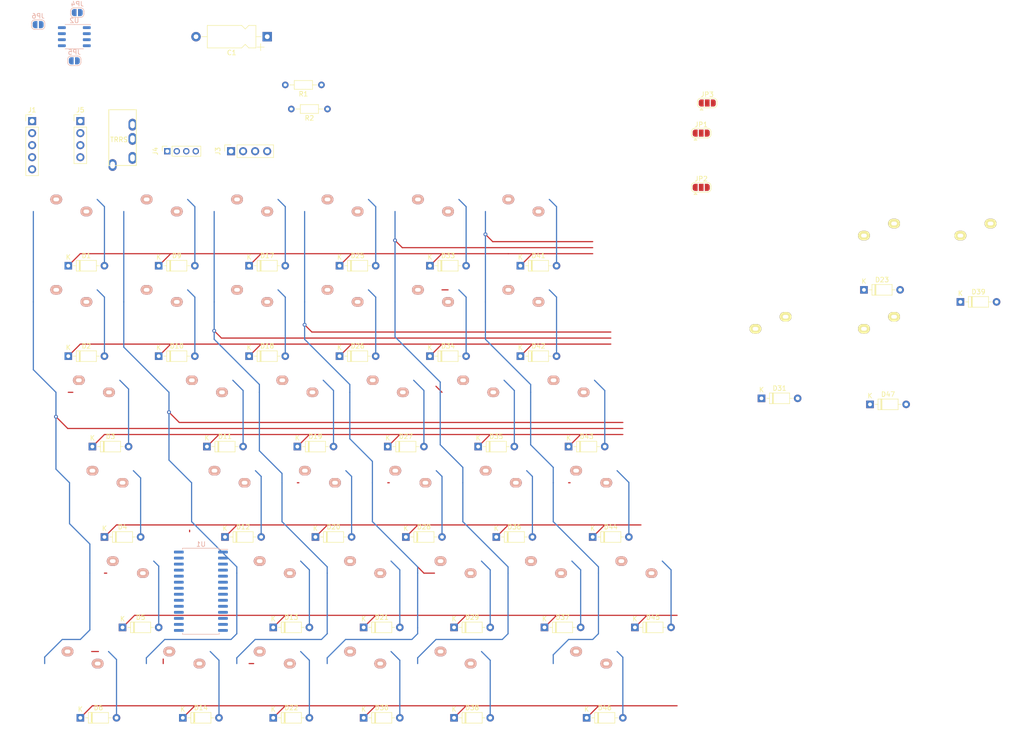
<source format=kicad_pcb>
(kicad_pcb (version 20171130) (host pcbnew "(5.1.7)-1")
  (layers (0 F.Cu signal) (31 B.Cu signal) (34 B.Paste user) (35 F.Paste user) (36 B.SilkS user) (37 F.SilkS user) (38 B.Mask user hide) (39 F.Mask user hide) (44 Edge.Cuts user))
  (net 0 "")
  (net 1 VCC3P3V)
  (net 2 GND)
  (net 3 ROW_0)
  (net 4 "Net-(D1-Pad2)")
  (net 5 ROW_1)
  (net 6 "Net-(D2-Pad2)")
  (net 7 ROW_2)
  (net 8 "Net-(D3-Pad2)")
  (net 9 "Net-(D4-Pad2)")
  (net 10 ROW_3)
  (net 11 ROW_4)
  (net 12 "Net-(D5-Pad2)")
  (net 13 ROW_5)
  (net 14 "Net-(D6-Pad2)")
  (net 15 ROW_6)
  (net 16 ROW_7)
  (net 17 "Net-(D9-Pad2)")
  (net 18 "Net-(D10-Pad2)")
  (net 19 "Net-(D11-Pad2)")
  (net 20 "Net-(D12-Pad2)")
  (net 21 "Net-(D13-Pad2)")
  (net 22 "Net-(D14-Pad2)")
  (net 23 "Net-(D17-Pad2)")
  (net 24 "Net-(D18-Pad2)")
  (net 25 "Net-(D19-Pad2)")
  (net 26 "Net-(D20-Pad2)")
  (net 27 "Net-(D21-Pad2)")
  (net 28 "Net-(D22-Pad2)")
  (net 29 "Net-(D25-Pad2)")
  (net 30 "Net-(D26-Pad2)")
  (net 31 "Net-(D27-Pad2)")
  (net 32 "Net-(D28-Pad2)")
  (net 33 "Net-(D29-Pad2)")
  (net 34 "Net-(D30-Pad2)")
  (net 35 "Net-(D33-Pad2)")
  (net 36 "Net-(D34-Pad2)")
  (net 37 "Net-(D35-Pad2)")
  (net 38 "Net-(D36-Pad2)")
  (net 39 "Net-(D37-Pad2)")
  (net 40 "Net-(D38-Pad2)")
  (net 41 "Net-(D41-Pad2)")
  (net 42 "Net-(D42-Pad2)")
  (net 43 "Net-(D43-Pad2)")
  (net 44 "Net-(D44-Pad2)")
  (net 45 "Net-(D45-Pad2)")
  (net 46 "Net-(D46-Pad2)")
  (net 47 G22)
  (net 48 G19)
  (net 49 G23)
  (net 50 G33)
  (net 51 VCC5V)
  (net 52 G21)
  (net 53 G25)
  (net 54 VCC)
  (net 55 COL_0)
  (net 56 COL_1)
  (net 57 COL_2)
  (net 58 COL_3)
  (net 59 COL_4)
  (net 60 COL_5)
  (net 61 COL_6)
  (net 62 COL_7)
  (net 63 +5V)
  (net 64 "Net-(U1-Pad11)")
  (net 65 "Net-(U1-Pad14)")
  (net 66 "Net-(U1-Pad19)")
  (net 67 "Net-(U1-Pad20)")
  (net 68 "Net-(D23-Pad1)")
  (net 69 "Net-(D23-Pad2)")
  (net 70 "Net-(D31-Pad2)")
  (net 71 "Net-(D39-Pad2)")
  (net 72 "Net-(D47-Pad2)")
  (net 73 SDA_GROVE)
  (net 74 SCL_GROVE)
  (net 75 SDA_MCP)
  (net 76 SCL_MCP)
  (net 77 "Net-(JP3-Pad2)")
  (net 78 "Net-(JP2-Pad2)")
  (net 79 "Net-(JP1-Pad2)")
  (net 80 VIN)
  (net 81 "Net-(U2-Pad1)")
  (net 82 "Net-(JP6-Pad1)")
  (module Package_SO:SOP-8_3.9x4.9mm_P1.27mm (layer B.Cu) (at 39.37 -1.27 180)
    (fp_text reference U2 (at 0 3.4) (layer B.SilkS) (effects (justify mirror)))
    (fp_text value PCA9515AD)
    (pad 8 smd roundrect (at 2.625 1.905 180) (size 1.65 0.6) (layers B.Cu B.Paste B.Mask) (net 54 VCC))
    (pad 7 smd roundrect (at 2.625 0.635 180) (size 1.65 0.6) (layers B.Cu B.Paste B.Mask) (net 76 SCL_MCP))
    (pad 6 smd roundrect (at 2.625 -0.635 180) (size 1.65 0.6) (layers B.Cu B.Paste B.Mask) (net 75 SDA_MCP))
    (pad 5 smd roundrect (at 2.625 -1.905 180) (size 1.65 0.6) (layers B.Cu B.Paste B.Mask) (net 82 "Net-(JP6-Pad1)"))
    (pad 4 smd roundrect (at -2.625 -1.905 180) (size 1.65 0.6) (layers B.Cu B.Paste B.Mask) (net 63 +5V))
    (pad 3 smd roundrect (at -2.625 -0.635 180) (size 1.65 0.6) (layers B.Cu B.Paste B.Mask) (net 73 SDA_GROVE))
    (pad 2 smd roundrect (at -2.625 0.635 180) (size 1.65 0.6) (layers B.Cu B.Paste B.Mask) (net 74 SCL_GROVE))
    (pad 1 smd roundrect (at -2.625 1.905 180) (size 1.65 0.6) (layers B.Cu B.Paste B.Mask) (net 81 "Net-(U2-Pad1)"))
  )
  (module Jumper:SolderJumper-2_P1.3mm_Open_RoundedPad1.0x1.5mm (layer B.Cu) (at 31.75 -3.81 180)
    (fp_text reference JP6 (at 0 1.8) (layer B.SilkS) (effects (justify mirror)))
    (fp_text value I2C_EN)
    (pad 2 smd custom (at 0.65 0 180) (size 1 0.5) (layers B.Cu B.Mask) (net 54 VCC) (options (clearance outline) (anchor rect)) (primitives (gr_circle (center 0 -0.25) (end 0.5 -0.25) (width 0)) (gr_circle (center 0 0.25) (end 0.5 0.25) (width 0)) (gr_poly (pts (xy 0 0.75) (xy -0.5 0.75) (xy -0.5 -0.75) (xy 0 -0.75)) (width 0))))
    (pad 1 smd custom (at -0.65 0 180) (size 1 0.5) (layers B.Cu B.Mask) (net 82 "Net-(JP6-Pad1)") (options (clearance outline) (anchor rect)) (primitives (gr_circle (center 0 -0.25) (end 0.5 -0.25) (width 0)) (gr_circle (center 0 0.25) (end 0.5 0.25) (width 0)) (gr_poly (pts (xy 0 0.75) (xy 0.5 0.75) (xy 0.5 -0.75) (xy 0 -0.75)) (width 0))))
  )
  (module Jumper:SolderJumper-2_P1.3mm_Open_RoundedPad1.0x1.5mm (layer B.Cu) (at 39.37 3.81 180)
    (fp_text reference JP5 (at 0 1.8) (layer B.SilkS) (effects (justify mirror)))
    (fp_text value SDA)
    (pad 2 smd custom (at 0.65 0 180) (size 1 0.5) (layers B.Cu B.Mask) (net 75 SDA_MCP) (options (clearance outline) (anchor rect)) (primitives (gr_circle (center 0 -0.25) (end 0.5 -0.25) (width 0)) (gr_circle (center 0 0.25) (end 0.5 0.25) (width 0)) (gr_poly (pts (xy 0 0.75) (xy -0.5 0.75) (xy -0.5 -0.75) (xy 0 -0.75)) (width 0))))
    (pad 1 smd custom (at -0.65 0 180) (size 1 0.5) (layers B.Cu B.Mask) (net 73 SDA_GROVE) (options (clearance outline) (anchor rect)) (primitives (gr_circle (center 0 -0.25) (end 0.5 -0.25) (width 0)) (gr_circle (center 0 0.25) (end 0.5 0.25) (width 0)) (gr_poly (pts (xy 0 0.75) (xy 0.5 0.75) (xy 0.5 -0.75) (xy 0 -0.75)) (width 0))))
  )
  (module Jumper:SolderJumper-2_P1.3mm_Open_RoundedPad1.0x1.5mm (layer B.Cu) (at 39.99 -6.35 180)
    (fp_text reference JP4 (at 0 1.8) (layer B.SilkS) (effects (justify mirror)))
    (fp_text value SCL)
    (pad 2 smd custom (at 0.65 0 180) (size 1 0.5) (layers B.Cu B.Mask) (net 76 SCL_MCP) (options (clearance outline) (anchor rect)) (primitives (gr_circle (center 0 -0.25) (end 0.5 -0.25) (width 0)) (gr_circle (center 0 0.25) (end 0.5 0.25) (width 0)) (gr_poly (pts (xy 0 0.75) (xy -0.5 0.75) (xy -0.5 -0.75) (xy 0 -0.75)) (width 0))))
    (pad 1 smd custom (at -0.65 0 180) (size 1 0.5) (layers B.Cu B.Mask) (net 74 SCL_GROVE) (options (clearance outline) (anchor rect)) (primitives (gr_circle (center 0 -0.25) (end 0.5 -0.25) (width 0)) (gr_circle (center 0 0.25) (end 0.5 0.25) (width 0)) (gr_poly (pts (xy 0 0.75) (xy 0.5 0.75) (xy 0.5 -0.75) (xy 0 -0.75)) (width 0))))
  )
  (module Jumper:SolderJumper-3_P1.3mm_Open_RoundedPad1.0x1.5mm (layer F.Cu) (at 172.72 12.7)
    (fp_text reference JP3 (at 0 -1.8) (layer F.SilkS))
    (fp_text value I2C_A2)
    (pad 2 smd rect (at 0 0) (size 1 1.5) (layers F.Cu F.Mask) (net 77 "Net-(JP3-Pad2)"))
    (pad 3 smd custom (at 1.3 0) (size 1 0.5) (layers F.Cu F.Mask) (net 54 VCC) (options (clearance outline) (anchor rect)) (primitives (gr_circle (center 0 0.25) (end 0.5 0.25) (width 0)) (gr_circle (center 0 -0.25) (end 0.5 -0.25) (width 0)) (gr_poly (pts (xy -0.55 -0.75) (xy 0 -0.75) (xy 0 0.75) (xy -0.55 0.75)) (width 0))))
    (pad 1 smd custom (at -1.3 0) (size 1 0.5) (layers F.Cu F.Mask) (net 63 +5V) (options (clearance outline) (anchor rect)) (primitives (gr_circle (center 0 0.25) (end 0.5 0.25) (width 0)) (gr_circle (center 0 -0.25) (end 0.5 -0.25) (width 0)) (gr_poly (pts (xy 0.55 -0.75) (xy 0 -0.75) (xy 0 0.75) (xy 0.55 0.75)) (width 0))))
  )
  (module Jumper:SolderJumper-3_P1.3mm_Open_RoundedPad1.0x1.5mm (layer F.Cu) (at 171.45 30.48)
    (fp_text reference JP2 (at 0 -1.8) (layer F.SilkS))
    (fp_text value I2C_A1)
    (pad 2 smd rect (at 0 0) (size 1 1.5) (layers F.Cu F.Mask) (net 78 "Net-(JP2-Pad2)"))
    (pad 3 smd custom (at 1.3 0) (size 1 0.5) (layers F.Cu F.Mask) (net 54 VCC) (options (clearance outline) (anchor rect)) (primitives (gr_circle (center 0 0.25) (end 0.5 0.25) (width 0)) (gr_circle (center 0 -0.25) (end 0.5 -0.25) (width 0)) (gr_poly (pts (xy -0.55 -0.75) (xy 0 -0.75) (xy 0 0.75) (xy -0.55 0.75)) (width 0))))
    (pad 1 smd custom (at -1.3 0) (size 1 0.5) (layers F.Cu F.Mask) (net 63 +5V) (options (clearance outline) (anchor rect)) (primitives (gr_circle (center 0 0.25) (end 0.5 0.25) (width 0)) (gr_circle (center 0 -0.25) (end 0.5 -0.25) (width 0)) (gr_poly (pts (xy 0.55 -0.75) (xy 0 -0.75) (xy 0 0.75) (xy 0.55 0.75)) (width 0))))
  )
  (module Jumper:SolderJumper-3_P1.3mm_Open_RoundedPad1.0x1.5mm (layer F.Cu) (at 171.45 19.05)
    (fp_text reference JP1 (at 0 -1.8) (layer F.SilkS))
    (fp_text value I2C_A0)
    (pad 2 smd rect (at 0 0) (size 1 1.5) (layers F.Cu F.Mask) (net 79 "Net-(JP1-Pad2)"))
    (pad 3 smd custom (at 1.3 0) (size 1 0.5) (layers F.Cu F.Mask) (net 54 VCC) (options (clearance outline) (anchor rect)) (primitives (gr_circle (center 0 0.25) (end 0.5 0.25) (width 0)) (gr_circle (center 0 -0.25) (end 0.5 -0.25) (width 0)) (gr_poly (pts (xy -0.55 -0.75) (xy 0 -0.75) (xy 0 0.75) (xy -0.55 0.75)) (width 0))))
    (pad 1 smd custom (at -1.3 0) (size 1 0.5) (layers F.Cu F.Mask) (net 63 +5V) (options (clearance outline) (anchor rect)) (primitives (gr_circle (center 0 0.25) (end 0.5 0.25) (width 0)) (gr_circle (center 0 -0.25) (end 0.5 -0.25) (width 0)) (gr_poly (pts (xy 0.55 -0.75) (xy 0 -0.75) (xy 0 0.75) (xy 0.55 0.75)) (width 0))))
  )
  (module kbd:MJ-4PP-9_1side (layer F.Cu) (at 49.53 13.97)
    (fp_text reference J6)
    (fp_text value MJ-4PP-9 hide)
    (fp_text user TRRS (at -0.75 6.45) (layer F.SilkS))
    (pad A thru_hole oval (at -2.1 11.8) (size 1.7 2.5) (drill oval 1 1.5) (layers *.Cu B.Mask) (net 2 GND) (clearance 0.15))
    (pad D thru_hole oval (at 2.1 10.3) (size 1.7 2.5) (drill oval 1 1.5) (layers *.Cu B.Mask) (net 74 SCL_GROVE) (clearance 0.15))
    (pad C thru_hole oval (at 2.1 6.3) (size 1.7 2.5) (drill oval 1 1.5) (layers *.Cu B.Mask) (net 73 SDA_GROVE))
    (pad B thru_hole oval (at 2.1 3.3) (size 1.7 2.5) (drill oval 1 1.5) (layers *.Cu B.Mask) (net 51 VCC5V))
    (pad "" np_thru_hole circle (at 0 8.5) (size 1.2 1.2) (drill 1.2) (layers *.Cu *.Mask))
    (pad "" np_thru_hole circle (at 0 1.5) (size 1.2 1.2) (drill 1.2) (layers *.Cu *.Mask))
  )
  (module Connector_PinHeader_2.54mm:PinHeader_1x04_P2.54mm_Vertical (layer F.Cu) (at 40.64 16.51)
    (fp_text reference J5 (at 0 -2.33) (layer F.SilkS))
    (fp_text value Conn_01x04_Male)
    (pad 4 thru_hole oval (at 0 7.62) (size 1.7 1.7) (drill 1) (layers *.Cu *.Mask) (net 2 GND))
    (pad 3 thru_hole oval (at 0 5.08) (size 1.7 1.7) (drill 1) (layers *.Cu *.Mask) (net 51 VCC5V))
    (pad 2 thru_hole oval (at 0 2.54) (size 1.7 1.7) (drill 1) (layers *.Cu *.Mask) (net 53 G25))
    (pad 1 thru_hole rect (at 0 0) (size 1.7 1.7) (drill 1) (layers *.Cu *.Mask) (net 52 G21))
  )
  (module Connector_PinSocket_2.00mm:PinSocket_1x04_P2.00mm_Vertical (layer F.Cu) (at 58.96 22.86 90)
    (fp_text reference J4 (at 0 -2.5 90) (layer F.SilkS))
    (fp_text value Conn_01x04_Male)
    (pad 4 thru_hole oval (at 0 6 90) (size 1.35 1.35) (drill 0.8) (layers *.Cu *.Mask) (net 2 GND))
    (pad 3 thru_hole oval (at 0 4 90) (size 1.35 1.35) (drill 0.8) (layers *.Cu *.Mask) (net 51 VCC5V))
    (pad 2 thru_hole oval (at 0 2 90) (size 1.35 1.35) (drill 0.8) (layers *.Cu *.Mask) (net 73 SDA_GROVE))
    (pad 1 thru_hole rect (at 0 0 90) (size 1.35 1.35) (drill 0.8) (layers *.Cu *.Mask) (net 74 SCL_GROVE))
  )
  (module Capacitor_THT:CP_Axial_L10.0mm_D4.5mm_P15.00mm_Horizontal (layer F.Cu) (at 80.01 -1.27 180)
    (fp_text reference C1 (at 7.5 -3.37) (layer F.SilkS))
    (fp_text value CP)
    (pad 2 thru_hole oval (at 15 0 180) (size 2 2) (drill 1) (layers *.Cu *.Mask) (net 2 GND))
    (pad 1 thru_hole rect (at 0 0 180) (size 2 2) (drill 1) (layers *.Cu *.Mask) (net 1 VCC3P3V))
  )
  (module Diode_THT:D_DO-35_SOD27_P7.62mm_Horizontal (layer F.Cu) (at 38.1 46.99)
    (fp_text reference D1 (at 3.81 -2.12) (layer F.SilkS))
    (fp_text value 1N4148)
    (fp_text user K (at 0 -1.8) (layer F.SilkS))
    (pad 2 thru_hole oval (at 7.62 0) (size 1.6 1.6) (drill 0.8) (layers *.Cu *.Mask) (net 4 "Net-(D1-Pad2)"))
    (pad 1 thru_hole rect (at 0 0) (size 1.6 1.6) (drill 0.8) (layers *.Cu *.Mask) (net 3 ROW_0))
  )
  (module Diode_THT:D_DO-35_SOD27_P7.62mm_Horizontal (layer F.Cu) (at 38.1 66.04)
    (fp_text reference D2 (at 3.81 -2.12) (layer F.SilkS))
    (fp_text value 1N4148)
    (fp_text user K (at 0 -1.8) (layer F.SilkS))
    (pad 2 thru_hole oval (at 7.62 0) (size 1.6 1.6) (drill 0.8) (layers *.Cu *.Mask) (net 6 "Net-(D2-Pad2)"))
    (pad 1 thru_hole rect (at 0 0) (size 1.6 1.6) (drill 0.8) (layers *.Cu *.Mask) (net 5 ROW_1))
  )
  (module Diode_THT:D_DO-35_SOD27_P7.62mm_Horizontal (layer F.Cu) (at 43.18 85.09)
    (fp_text reference D3 (at 3.81 -2.12) (layer F.SilkS))
    (fp_text value 1N4148)
    (fp_text user K (at 0 -1.8) (layer F.SilkS))
    (pad 2 thru_hole oval (at 7.62 0) (size 1.6 1.6) (drill 0.8) (layers *.Cu *.Mask) (net 8 "Net-(D3-Pad2)"))
    (pad 1 thru_hole rect (at 0 0) (size 1.6 1.6) (drill 0.8) (layers *.Cu *.Mask) (net 7 ROW_2))
  )
  (module Diode_THT:D_DO-35_SOD27_P7.62mm_Horizontal (layer F.Cu) (at 45.72 104.14)
    (fp_text reference D4 (at 3.81 -2.12) (layer F.SilkS))
    (fp_text value 1N4148)
    (fp_text user K (at 0 -1.8) (layer F.SilkS))
    (pad 2 thru_hole oval (at 7.62 0) (size 1.6 1.6) (drill 0.8) (layers *.Cu *.Mask) (net 9 "Net-(D4-Pad2)"))
    (pad 1 thru_hole rect (at 0 0) (size 1.6 1.6) (drill 0.8) (layers *.Cu *.Mask) (net 10 ROW_3))
  )
  (module Diode_THT:D_DO-35_SOD27_P7.62mm_Horizontal (layer F.Cu) (at 49.53 123.19)
    (fp_text reference D5 (at 3.81 -2.12) (layer F.SilkS))
    (fp_text value 1N4148)
    (fp_text user K (at 0 -1.8) (layer F.SilkS))
    (pad 2 thru_hole oval (at 7.62 0) (size 1.6 1.6) (drill 0.8) (layers *.Cu *.Mask) (net 12 "Net-(D5-Pad2)"))
    (pad 1 thru_hole rect (at 0 0) (size 1.6 1.6) (drill 0.8) (layers *.Cu *.Mask) (net 11 ROW_4))
  )
  (module Diode_THT:D_DO-35_SOD27_P7.62mm_Horizontal (layer F.Cu) (at 40.64 142.24)
    (fp_text reference D6 (at 3.81 -2.12) (layer F.SilkS))
    (fp_text value 1N4148)
    (fp_text user K (at 0 -1.8) (layer F.SilkS))
    (pad 2 thru_hole oval (at 7.62 0) (size 1.6 1.6) (drill 0.8) (layers *.Cu *.Mask) (net 14 "Net-(D6-Pad2)"))
    (pad 1 thru_hole rect (at 0 0) (size 1.6 1.6) (drill 0.8) (layers *.Cu *.Mask) (net 13 ROW_5))
  )
  (module Diode_THT:D_DO-35_SOD27_P7.62mm_Horizontal (layer F.Cu) (at 57.15 46.99)
    (fp_text reference D9 (at 3.81 -2.12) (layer F.SilkS))
    (fp_text value 1N4148)
    (fp_text user K (at 0 -1.8) (layer F.SilkS))
    (pad 2 thru_hole oval (at 7.62 0) (size 1.6 1.6) (drill 0.8) (layers *.Cu *.Mask) (net 17 "Net-(D9-Pad2)"))
    (pad 1 thru_hole rect (at 0 0) (size 1.6 1.6) (drill 0.8) (layers *.Cu *.Mask) (net 3 ROW_0))
  )
  (module Diode_THT:D_DO-35_SOD27_P7.62mm_Horizontal (layer F.Cu) (at 57.15 66.04)
    (fp_text reference D10 (at 3.81 -2.12) (layer F.SilkS))
    (fp_text value 1N4148)
    (fp_text user K (at 0 -1.8) (layer F.SilkS))
    (pad 2 thru_hole oval (at 7.62 0) (size 1.6 1.6) (drill 0.8) (layers *.Cu *.Mask) (net 18 "Net-(D10-Pad2)"))
    (pad 1 thru_hole rect (at 0 0) (size 1.6 1.6) (drill 0.8) (layers *.Cu *.Mask) (net 5 ROW_1))
  )
  (module Diode_THT:D_DO-35_SOD27_P7.62mm_Horizontal (layer F.Cu) (at 67.31 85.09)
    (fp_text reference D11 (at 3.81 -2.12) (layer F.SilkS))
    (fp_text value 1N4148)
    (fp_text user K (at 0 -1.8) (layer F.SilkS))
    (pad 2 thru_hole oval (at 7.62 0) (size 1.6 1.6) (drill 0.8) (layers *.Cu *.Mask) (net 19 "Net-(D11-Pad2)"))
    (pad 1 thru_hole rect (at 0 0) (size 1.6 1.6) (drill 0.8) (layers *.Cu *.Mask) (net 7 ROW_2))
  )
  (module Diode_THT:D_DO-35_SOD27_P7.62mm_Horizontal (layer F.Cu) (at 71.12 104.14)
    (fp_text reference D12 (at 3.81 -2.12) (layer F.SilkS))
    (fp_text value 1N4148)
    (fp_text user K (at 0 -1.8) (layer F.SilkS))
    (pad 2 thru_hole oval (at 7.62 0) (size 1.6 1.6) (drill 0.8) (layers *.Cu *.Mask) (net 20 "Net-(D12-Pad2)"))
    (pad 1 thru_hole rect (at 0 0) (size 1.6 1.6) (drill 0.8) (layers *.Cu *.Mask) (net 10 ROW_3))
  )
  (module Diode_THT:D_DO-35_SOD27_P7.62mm_Horizontal (layer F.Cu) (at 81.28 123.19)
    (fp_text reference D13 (at 3.81 -2.12) (layer F.SilkS))
    (fp_text value 1N4148)
    (fp_text user K (at 0 -1.8) (layer F.SilkS))
    (pad 2 thru_hole oval (at 7.62 0) (size 1.6 1.6) (drill 0.8) (layers *.Cu *.Mask) (net 21 "Net-(D13-Pad2)"))
    (pad 1 thru_hole rect (at 0 0) (size 1.6 1.6) (drill 0.8) (layers *.Cu *.Mask) (net 11 ROW_4))
  )
  (module Diode_THT:D_DO-35_SOD27_P7.62mm_Horizontal (layer F.Cu) (at 62.23 142.24)
    (fp_text reference D14 (at 3.81 -2.12) (layer F.SilkS))
    (fp_text value 1N4148)
    (fp_text user K (at 0 -1.8) (layer F.SilkS))
    (pad 2 thru_hole oval (at 7.62 0) (size 1.6 1.6) (drill 0.8) (layers *.Cu *.Mask) (net 22 "Net-(D14-Pad2)"))
    (pad 1 thru_hole rect (at 0 0) (size 1.6 1.6) (drill 0.8) (layers *.Cu *.Mask) (net 13 ROW_5))
  )
  (module Diode_THT:D_DO-35_SOD27_P7.62mm_Horizontal (layer F.Cu) (at 76.2 46.99)
    (fp_text reference D17 (at 3.81 -2.12) (layer F.SilkS))
    (fp_text value 1N4148)
    (fp_text user K (at 0 -1.8) (layer F.SilkS))
    (pad 2 thru_hole oval (at 7.62 0) (size 1.6 1.6) (drill 0.8) (layers *.Cu *.Mask) (net 23 "Net-(D17-Pad2)"))
    (pad 1 thru_hole rect (at 0 0) (size 1.6 1.6) (drill 0.8) (layers *.Cu *.Mask) (net 3 ROW_0))
  )
  (module Diode_THT:D_DO-35_SOD27_P7.62mm_Horizontal (layer F.Cu) (at 76.2 66.04)
    (fp_text reference D18 (at 3.81 -2.12) (layer F.SilkS))
    (fp_text value 1N4148)
    (fp_text user K (at 0 -1.8) (layer F.SilkS))
    (pad 2 thru_hole oval (at 7.62 0) (size 1.6 1.6) (drill 0.8) (layers *.Cu *.Mask) (net 24 "Net-(D18-Pad2)"))
    (pad 1 thru_hole rect (at 0 0) (size 1.6 1.6) (drill 0.8) (layers *.Cu *.Mask) (net 5 ROW_1))
  )
  (module Diode_THT:D_DO-35_SOD27_P7.62mm_Horizontal (layer F.Cu) (at 86.36 85.09)
    (fp_text reference D19 (at 3.81 -2.12) (layer F.SilkS))
    (fp_text value 1N4148)
    (fp_text user K (at 0 -1.8) (layer F.SilkS))
    (pad 2 thru_hole oval (at 7.62 0) (size 1.6 1.6) (drill 0.8) (layers *.Cu *.Mask) (net 25 "Net-(D19-Pad2)"))
    (pad 1 thru_hole rect (at 0 0) (size 1.6 1.6) (drill 0.8) (layers *.Cu *.Mask) (net 7 ROW_2))
  )
  (module Diode_THT:D_DO-35_SOD27_P7.62mm_Horizontal (layer F.Cu) (at 90.17 104.14)
    (fp_text reference D20 (at 3.81 -2.12) (layer F.SilkS))
    (fp_text value 1N4148)
    (fp_text user K (at 0 -1.8) (layer F.SilkS))
    (pad 2 thru_hole oval (at 7.62 0) (size 1.6 1.6) (drill 0.8) (layers *.Cu *.Mask) (net 26 "Net-(D20-Pad2)"))
    (pad 1 thru_hole rect (at 0 0) (size 1.6 1.6) (drill 0.8) (layers *.Cu *.Mask) (net 10 ROW_3))
  )
  (module Diode_THT:D_DO-35_SOD27_P7.62mm_Horizontal (layer F.Cu) (at 100.33 123.19)
    (fp_text reference D21 (at 3.81 -2.12) (layer F.SilkS))
    (fp_text value 1N4148)
    (fp_text user K (at 0 -1.8) (layer F.SilkS))
    (pad 2 thru_hole oval (at 7.62 0) (size 1.6 1.6) (drill 0.8) (layers *.Cu *.Mask) (net 27 "Net-(D21-Pad2)"))
    (pad 1 thru_hole rect (at 0 0) (size 1.6 1.6) (drill 0.8) (layers *.Cu *.Mask) (net 11 ROW_4))
  )
  (module Diode_THT:D_DO-35_SOD27_P7.62mm_Horizontal (layer F.Cu) (at 81.28 142.24)
    (fp_text reference D22 (at 3.81 -2.12) (layer F.SilkS))
    (fp_text value 1N4148)
    (fp_text user K (at 0 -1.8) (layer F.SilkS))
    (pad 2 thru_hole oval (at 7.62 0) (size 1.6 1.6) (drill 0.8) (layers *.Cu *.Mask) (net 28 "Net-(D22-Pad2)"))
    (pad 1 thru_hole rect (at 0 0) (size 1.6 1.6) (drill 0.8) (layers *.Cu *.Mask) (net 13 ROW_5))
  )
  (module Diode_THT:D_DO-35_SOD27_P7.62mm_Horizontal (layer F.Cu) (at 95.25 46.99)
    (fp_text reference D25 (at 3.81 -2.12) (layer F.SilkS))
    (fp_text value 1N4148)
    (fp_text user K (at 0 -1.8) (layer F.SilkS))
    (pad 2 thru_hole oval (at 7.62 0) (size 1.6 1.6) (drill 0.8) (layers *.Cu *.Mask) (net 29 "Net-(D25-Pad2)"))
    (pad 1 thru_hole rect (at 0 0) (size 1.6 1.6) (drill 0.8) (layers *.Cu *.Mask) (net 3 ROW_0))
  )
  (module Diode_THT:D_DO-35_SOD27_P7.62mm_Horizontal (layer F.Cu) (at 95.25 66.04)
    (fp_text reference D26 (at 3.81 -2.12) (layer F.SilkS))
    (fp_text value 1N4148)
    (fp_text user K (at 0 -1.8) (layer F.SilkS))
    (pad 2 thru_hole oval (at 7.62 0) (size 1.6 1.6) (drill 0.8) (layers *.Cu *.Mask) (net 30 "Net-(D26-Pad2)"))
    (pad 1 thru_hole rect (at 0 0) (size 1.6 1.6) (drill 0.8) (layers *.Cu *.Mask) (net 5 ROW_1))
  )
  (module Diode_THT:D_DO-35_SOD27_P7.62mm_Horizontal (layer F.Cu) (at 105.41 85.09)
    (fp_text reference D27 (at 3.81 -2.12) (layer F.SilkS))
    (fp_text value 1N4148)
    (fp_text user K (at 0 -1.8) (layer F.SilkS))
    (pad 2 thru_hole oval (at 7.62 0) (size 1.6 1.6) (drill 0.8) (layers *.Cu *.Mask) (net 31 "Net-(D27-Pad2)"))
    (pad 1 thru_hole rect (at 0 0) (size 1.6 1.6) (drill 0.8) (layers *.Cu *.Mask) (net 7 ROW_2))
  )
  (module Diode_THT:D_DO-35_SOD27_P7.62mm_Horizontal (layer F.Cu) (at 109.22 104.14)
    (fp_text reference D28 (at 3.81 -2.12) (layer F.SilkS))
    (fp_text value 1N4148)
    (fp_text user K (at 0 -1.8) (layer F.SilkS))
    (pad 2 thru_hole oval (at 7.62 0) (size 1.6 1.6) (drill 0.8) (layers *.Cu *.Mask) (net 32 "Net-(D28-Pad2)"))
    (pad 1 thru_hole rect (at 0 0) (size 1.6 1.6) (drill 0.8) (layers *.Cu *.Mask) (net 10 ROW_3))
  )
  (module Diode_THT:D_DO-35_SOD27_P7.62mm_Horizontal (layer F.Cu) (at 119.38 123.19)
    (fp_text reference D29 (at 3.81 -2.12) (layer F.SilkS))
    (fp_text value 1N4148)
    (fp_text user K (at 0 -1.8) (layer F.SilkS))
    (pad 2 thru_hole oval (at 7.62 0) (size 1.6 1.6) (drill 0.8) (layers *.Cu *.Mask) (net 33 "Net-(D29-Pad2)"))
    (pad 1 thru_hole rect (at 0 0) (size 1.6 1.6) (drill 0.8) (layers *.Cu *.Mask) (net 11 ROW_4))
  )
  (module Diode_THT:D_DO-35_SOD27_P7.62mm_Horizontal (layer F.Cu) (at 100.33 142.24)
    (fp_text reference D30 (at 3.81 -2.12) (layer F.SilkS))
    (fp_text value 1N4148)
    (fp_text user K (at 0 -1.8) (layer F.SilkS))
    (pad 2 thru_hole oval (at 7.62 0) (size 1.6 1.6) (drill 0.8) (layers *.Cu *.Mask) (net 34 "Net-(D30-Pad2)"))
    (pad 1 thru_hole rect (at 0 0) (size 1.6 1.6) (drill 0.8) (layers *.Cu *.Mask) (net 13 ROW_5))
  )
  (module Diode_THT:D_DO-35_SOD27_P7.62mm_Horizontal (layer F.Cu) (at 114.3 46.99)
    (fp_text reference D33 (at 3.81 -2.12) (layer F.SilkS))
    (fp_text value 1N4148)
    (fp_text user K (at 0 -1.8) (layer F.SilkS))
    (pad 2 thru_hole oval (at 7.62 0) (size 1.6 1.6) (drill 0.8) (layers *.Cu *.Mask) (net 35 "Net-(D33-Pad2)"))
    (pad 1 thru_hole rect (at 0 0) (size 1.6 1.6) (drill 0.8) (layers *.Cu *.Mask) (net 3 ROW_0))
  )
  (module Diode_THT:D_DO-35_SOD27_P7.62mm_Horizontal (layer F.Cu) (at 114.3 66.04)
    (fp_text reference D34 (at 3.81 -2.12) (layer F.SilkS))
    (fp_text value 1N4148)
    (fp_text user K (at 0 -1.8) (layer F.SilkS))
    (pad 2 thru_hole oval (at 7.62 0) (size 1.6 1.6) (drill 0.8) (layers *.Cu *.Mask) (net 36 "Net-(D34-Pad2)"))
    (pad 1 thru_hole rect (at 0 0) (size 1.6 1.6) (drill 0.8) (layers *.Cu *.Mask) (net 5 ROW_1))
  )
  (module Diode_THT:D_DO-35_SOD27_P7.62mm_Horizontal (layer F.Cu) (at 124.46 85.09)
    (fp_text reference D35 (at 3.81 -2.12) (layer F.SilkS))
    (fp_text value 1N4148)
    (fp_text user K (at 0 -1.8) (layer F.SilkS))
    (pad 2 thru_hole oval (at 7.62 0) (size 1.6 1.6) (drill 0.8) (layers *.Cu *.Mask) (net 37 "Net-(D35-Pad2)"))
    (pad 1 thru_hole rect (at 0 0) (size 1.6 1.6) (drill 0.8) (layers *.Cu *.Mask) (net 7 ROW_2))
  )
  (module Diode_THT:D_DO-35_SOD27_P7.62mm_Horizontal (layer F.Cu) (at 128.27 104.14)
    (fp_text reference D36 (at 3.81 -2.12) (layer F.SilkS))
    (fp_text value 1N4148)
    (fp_text user K (at 0 -1.8) (layer F.SilkS))
    (pad 2 thru_hole oval (at 7.62 0) (size 1.6 1.6) (drill 0.8) (layers *.Cu *.Mask) (net 38 "Net-(D36-Pad2)"))
    (pad 1 thru_hole rect (at 0 0) (size 1.6 1.6) (drill 0.8) (layers *.Cu *.Mask) (net 10 ROW_3))
  )
  (module Diode_THT:D_DO-35_SOD27_P7.62mm_Horizontal (layer F.Cu) (at 138.43 123.19)
    (fp_text reference D37 (at 3.81 -2.12) (layer F.SilkS))
    (fp_text value 1N4148)
    (fp_text user K (at 0 -1.8) (layer F.SilkS))
    (pad 2 thru_hole oval (at 7.62 0) (size 1.6 1.6) (drill 0.8) (layers *.Cu *.Mask) (net 39 "Net-(D37-Pad2)"))
    (pad 1 thru_hole rect (at 0 0) (size 1.6 1.6) (drill 0.8) (layers *.Cu *.Mask) (net 11 ROW_4))
  )
  (module Diode_THT:D_DO-35_SOD27_P7.62mm_Horizontal (layer F.Cu) (at 119.38 142.24)
    (fp_text reference D38 (at 3.81 -2.12) (layer F.SilkS))
    (fp_text value 1N4148)
    (fp_text user K (at 0 -1.8) (layer F.SilkS))
    (pad 2 thru_hole oval (at 7.62 0) (size 1.6 1.6) (drill 0.8) (layers *.Cu *.Mask) (net 40 "Net-(D38-Pad2)"))
    (pad 1 thru_hole rect (at 0 0) (size 1.6 1.6) (drill 0.8) (layers *.Cu *.Mask) (net 13 ROW_5))
  )
  (module Diode_THT:D_DO-35_SOD27_P7.62mm_Horizontal (layer F.Cu) (at 133.35 46.99)
    (fp_text reference D41 (at 3.81 -2.12) (layer F.SilkS))
    (fp_text value 1N4148)
    (fp_text user K (at 0 -1.8) (layer F.SilkS))
    (pad 2 thru_hole oval (at 7.62 0) (size 1.6 1.6) (drill 0.8) (layers *.Cu *.Mask) (net 41 "Net-(D41-Pad2)"))
    (pad 1 thru_hole rect (at 0 0) (size 1.6 1.6) (drill 0.8) (layers *.Cu *.Mask) (net 3 ROW_0))
  )
  (module Diode_THT:D_DO-35_SOD27_P7.62mm_Horizontal (layer F.Cu) (at 133.35 66.04)
    (fp_text reference D42 (at 3.81 -2.12) (layer F.SilkS))
    (fp_text value 1N4148)
    (fp_text user K (at 0 -1.8) (layer F.SilkS))
    (pad 2 thru_hole oval (at 7.62 0) (size 1.6 1.6) (drill 0.8) (layers *.Cu *.Mask) (net 42 "Net-(D42-Pad2)"))
    (pad 1 thru_hole rect (at 0 0) (size 1.6 1.6) (drill 0.8) (layers *.Cu *.Mask) (net 5 ROW_1))
  )
  (module Diode_THT:D_DO-35_SOD27_P7.62mm_Horizontal (layer F.Cu) (at 143.51 85.09)
    (fp_text reference D43 (at 3.81 -2.12) (layer F.SilkS))
    (fp_text value 1N4148)
    (fp_text user K (at 0 -1.8) (layer F.SilkS))
    (pad 2 thru_hole oval (at 7.62 0) (size 1.6 1.6) (drill 0.8) (layers *.Cu *.Mask) (net 43 "Net-(D43-Pad2)"))
    (pad 1 thru_hole rect (at 0 0) (size 1.6 1.6) (drill 0.8) (layers *.Cu *.Mask) (net 7 ROW_2))
  )
  (module Diode_THT:D_DO-35_SOD27_P7.62mm_Horizontal (layer F.Cu) (at 148.59 104.14)
    (fp_text reference D44 (at 3.81 -2.12) (layer F.SilkS))
    (fp_text value 1N4148)
    (fp_text user K (at 0 -1.8) (layer F.SilkS))
    (pad 2 thru_hole oval (at 7.62 0) (size 1.6 1.6) (drill 0.8) (layers *.Cu *.Mask) (net 44 "Net-(D44-Pad2)"))
    (pad 1 thru_hole rect (at 0 0) (size 1.6 1.6) (drill 0.8) (layers *.Cu *.Mask) (net 10 ROW_3))
  )
  (module Diode_THT:D_DO-35_SOD27_P7.62mm_Horizontal (layer F.Cu) (at 157.48 123.19)
    (fp_text reference D45 (at 3.81 -2.12) (layer F.SilkS))
    (fp_text value 1N4148)
    (fp_text user K (at 0 -1.8) (layer F.SilkS))
    (pad 2 thru_hole oval (at 7.62 0) (size 1.6 1.6) (drill 0.8) (layers *.Cu *.Mask) (net 45 "Net-(D45-Pad2)"))
    (pad 1 thru_hole rect (at 0 0) (size 1.6 1.6) (drill 0.8) (layers *.Cu *.Mask) (net 11 ROW_4))
  )
  (module Diode_THT:D_DO-35_SOD27_P7.62mm_Horizontal (layer F.Cu) (at 147.32 142.24)
    (fp_text reference D46 (at 3.81 -2.12) (layer F.SilkS))
    (fp_text value 1N4148)
    (fp_text user K (at 0 -1.8) (layer F.SilkS))
    (pad 2 thru_hole oval (at 7.62 0) (size 1.6 1.6) (drill 0.8) (layers *.Cu *.Mask) (net 46 "Net-(D46-Pad2)"))
    (pad 1 thru_hole rect (at 0 0) (size 1.6 1.6) (drill 0.8) (layers *.Cu *.Mask) (net 13 ROW_5))
  )
  (module Connector_PinHeader_2.54mm:PinHeader_1x05_P2.54mm_Vertical (layer F.Cu) (at 30.48 16.51)
    (fp_text reference J1 (at 0 -2.33) (layer F.SilkS))
    (fp_text value Conn_01x05_Male)
    (pad 5 thru_hole oval (at 0 10.16) (size 1.7 1.7) (drill 1) (layers *.Cu *.Mask) (net 50 G33))
    (pad 4 thru_hole oval (at 0 7.62) (size 1.7 1.7) (drill 1) (layers *.Cu *.Mask) (net 49 G23))
    (pad 3 thru_hole oval (at 0 5.08) (size 1.7 1.7) (drill 1) (layers *.Cu *.Mask) (net 48 G19))
    (pad 2 thru_hole oval (at 0 2.54) (size 1.7 1.7) (drill 1) (layers *.Cu *.Mask) (net 47 G22))
    (pad 1 thru_hole rect (at 0 0) (size 1.7 1.7) (drill 1) (layers *.Cu *.Mask) (net 1 VCC3P3V))
  )
  (module Connector_PinSocket_2.54mm:PinSocket_1x04_P2.54mm_Vertical (layer F.Cu) (at 72.39 22.86 90)
    (fp_text reference J3 (at 0 -2.77 90) (layer F.SilkS))
    (fp_text value Power)
    (pad 4 thru_hole oval (at 0 7.62 90) (size 1.7 1.7) (drill 1) (layers *.Cu *.Mask) (net 1 VCC3P3V))
    (pad 3 thru_hole oval (at 0 5.08 90) (size 1.7 1.7) (drill 1) (layers *.Cu *.Mask) (net 2 GND))
    (pad 2 thru_hole oval (at 0 2.54 90) (size 1.7 1.7) (drill 1) (layers *.Cu *.Mask) (net 2 GND))
    (pad 1 thru_hole rect (at 0 0 90) (size 1.7 1.7) (drill 1) (layers *.Cu *.Mask) (net 80 VIN))
  )
  (module Resistor_THT:R_Axial_DIN0204_L3.6mm_D1.6mm_P7.62mm_Horizontal (layer F.Cu) (at 91.44 8.89 180)
    (fp_text reference R1 (at 3.81 -1.92) (layer F.SilkS))
    (fp_text value R)
    (pad 2 thru_hole oval (at 7.62 0 180) (size 1.4 1.4) (drill 0.7) (layers *.Cu *.Mask) (net 75 SDA_MCP))
    (pad 1 thru_hole circle (at 0 0 180) (size 1.4 1.4) (drill 0.7) (layers *.Cu *.Mask) (net 54 VCC))
  )
  (module Resistor_THT:R_Axial_DIN0204_L3.6mm_D1.6mm_P7.62mm_Horizontal (layer F.Cu) (at 92.71 13.97 180)
    (fp_text reference R2 (at 3.81 -1.92) (layer F.SilkS))
    (fp_text value R)
    (pad 2 thru_hole oval (at 7.62 0 180) (size 1.4 1.4) (drill 0.7) (layers *.Cu *.Mask) (net 76 SCL_MCP))
    (pad 1 thru_hole circle (at 0 0 180) (size 1.4 1.4) (drill 0.7) (layers *.Cu *.Mask) (net 54 VCC))
  )
  (module Package_SO:SOIC-28W_7.5x17.9mm_P1.27mm (layer B.Cu) (at 66.04 115.57 180)
    (fp_text reference U1 (at 0 9.9) (layer B.SilkS) (effects (justify mirror)))
    (fp_text value MCP23017_SO)
    (pad 28 smd roundrect (at 4.65 8.255 180) (size 2.05 0.6) (layers B.Cu B.Paste B.Mask) (net 62 COL_7))
    (pad 27 smd roundrect (at 4.65 6.985 180) (size 2.05 0.6) (layers B.Cu B.Paste B.Mask) (net 61 COL_6))
    (pad 26 smd roundrect (at 4.65 5.715 180) (size 2.05 0.6) (layers B.Cu B.Paste B.Mask) (net 60 COL_5))
    (pad 25 smd roundrect (at 4.65 4.445 180) (size 2.05 0.6) (layers B.Cu B.Paste B.Mask) (net 59 COL_4))
    (pad 24 smd roundrect (at 4.65 3.175 180) (size 2.05 0.6) (layers B.Cu B.Paste B.Mask) (net 58 COL_3))
    (pad 23 smd roundrect (at 4.65 1.905 180) (size 2.05 0.6) (layers B.Cu B.Paste B.Mask) (net 57 COL_2))
    (pad 22 smd roundrect (at 4.65 0.635 180) (size 2.05 0.6) (layers B.Cu B.Paste B.Mask) (net 56 COL_1))
    (pad 21 smd roundrect (at 4.65 -0.635 180) (size 2.05 0.6) (layers B.Cu B.Paste B.Mask) (net 55 COL_0))
    (pad 20 smd roundrect (at 4.65 -1.905 180) (size 2.05 0.6) (layers B.Cu B.Paste B.Mask) (net 67 "Net-(U1-Pad20)"))
    (pad 19 smd roundrect (at 4.65 -3.175 180) (size 2.05 0.6) (layers B.Cu B.Paste B.Mask) (net 66 "Net-(U1-Pad19)"))
    (pad 18 smd roundrect (at 4.65 -4.445 180) (size 2.05 0.6) (layers B.Cu B.Paste B.Mask) (net 54 VCC))
    (pad 17 smd roundrect (at 4.65 -5.715 180) (size 2.05 0.6) (layers B.Cu B.Paste B.Mask) (net 77 "Net-(JP3-Pad2)"))
    (pad 16 smd roundrect (at 4.65 -6.985 180) (size 2.05 0.6) (layers B.Cu B.Paste B.Mask) (net 78 "Net-(JP2-Pad2)"))
    (pad 15 smd roundrect (at 4.65 -8.255 180) (size 2.05 0.6) (layers B.Cu B.Paste B.Mask) (net 79 "Net-(JP1-Pad2)"))
    (pad 14 smd roundrect (at -4.65 -8.255 180) (size 2.05 0.6) (layers B.Cu B.Paste B.Mask) (net 65 "Net-(U1-Pad14)"))
    (pad 13 smd roundrect (at -4.65 -6.985 180) (size 2.05 0.6) (layers B.Cu B.Paste B.Mask) (net 75 SDA_MCP))
    (pad 12 smd roundrect (at -4.65 -5.715 180) (size 2.05 0.6) (layers B.Cu B.Paste B.Mask) (net 76 SCL_MCP))
    (pad 11 smd roundrect (at -4.65 -4.445 180) (size 2.05 0.6) (layers B.Cu B.Paste B.Mask) (net 64 "Net-(U1-Pad11)"))
    (pad 10 smd roundrect (at -4.65 -3.175 180) (size 2.05 0.6) (layers B.Cu B.Paste B.Mask) (net 63 +5V))
    (pad 9 smd roundrect (at -4.65 -1.905 180) (size 2.05 0.6) (layers B.Cu B.Paste B.Mask) (net 54 VCC))
    (pad 8 smd roundrect (at -4.65 -0.635 180) (size 2.05 0.6) (layers B.Cu B.Paste B.Mask) (net 16 ROW_7))
    (pad 7 smd roundrect (at -4.65 0.635 180) (size 2.05 0.6) (layers B.Cu B.Paste B.Mask) (net 15 ROW_6))
    (pad 6 smd roundrect (at -4.65 1.905 180) (size 2.05 0.6) (layers B.Cu B.Paste B.Mask) (net 13 ROW_5))
    (pad 5 smd roundrect (at -4.65 3.175 180) (size 2.05 0.6) (layers B.Cu B.Paste B.Mask) (net 11 ROW_4))
    (pad 4 smd roundrect (at -4.65 4.445 180) (size 2.05 0.6) (layers B.Cu B.Paste B.Mask) (net 10 ROW_3))
    (pad 3 smd roundrect (at -4.65 5.715 180) (size 2.05 0.6) (layers B.Cu B.Paste B.Mask) (net 7 ROW_2))
    (pad 2 smd roundrect (at -4.65 6.985 180) (size 2.05 0.6) (layers B.Cu B.Paste B.Mask) (net 5 ROW_1))
    (pad 1 smd roundrect (at -4.65 8.255 180) (size 2.05 0.6) (layers B.Cu B.Paste B.Mask) (net 3 ROW_0))
  )
  (module Diode_THT:D_DO-35_SOD27_P7.62mm_Horizontal (layer F.Cu) (at 205.74 52.07)
    (fp_text reference D23 (at 3.81 -2.12) (layer F.SilkS))
    (fp_text value 1N4148)
    (fp_text user K (at 0 -1.8) (layer F.SilkS))
    (pad 2 thru_hole oval (at 7.62 0) (size 1.6 1.6) (drill 0.8) (layers *.Cu *.Mask) (net 69 "Net-(D23-Pad2)"))
    (pad 1 thru_hole rect (at 0 0) (size 1.6 1.6) (drill 0.8) (layers *.Cu *.Mask) (net 68 "Net-(D23-Pad1)"))
  )
  (module Diode_THT:D_DO-35_SOD27_P7.62mm_Horizontal (layer F.Cu) (at 184.15 74.93)
    (fp_text reference D31 (at 3.81 -2.12) (layer F.SilkS))
    (fp_text value 1N4148)
    (fp_text user K (at 0 -1.8) (layer F.SilkS))
    (pad 2 thru_hole oval (at 7.62 0) (size 1.6 1.6) (drill 0.8) (layers *.Cu *.Mask) (net 70 "Net-(D31-Pad2)"))
    (pad 1 thru_hole rect (at 0 0) (size 1.6 1.6) (drill 0.8) (layers *.Cu *.Mask) (net 68 "Net-(D23-Pad1)"))
  )
  (module Diode_THT:D_DO-35_SOD27_P7.62mm_Horizontal (layer F.Cu) (at 226.06 54.61)
    (fp_text reference D39 (at 3.81 -2.12) (layer F.SilkS))
    (fp_text value 1N4148)
    (fp_text user K (at 0 -1.8) (layer F.SilkS))
    (pad 2 thru_hole oval (at 7.62 0) (size 1.6 1.6) (drill 0.8) (layers *.Cu *.Mask) (net 71 "Net-(D39-Pad2)"))
    (pad 1 thru_hole rect (at 0 0) (size 1.6 1.6) (drill 0.8) (layers *.Cu *.Mask) (net 68 "Net-(D23-Pad1)"))
  )
  (module Diode_THT:D_DO-35_SOD27_P7.62mm_Horizontal (layer F.Cu) (at 207.01 76.2)
    (fp_text reference D47 (at 3.81 -2.12) (layer F.SilkS))
    (fp_text value 1N4148)
    (fp_text user K (at 0 -1.8) (layer F.SilkS))
    (pad 2 thru_hole oval (at 7.62 0) (size 1.6 1.6) (drill 0.8) (layers *.Cu *.Mask) (net 72 "Net-(D47-Pad2)"))
    (pad 1 thru_hole rect (at 0 0) (size 1.6 1.6) (drill 0.8) (layers *.Cu *.Mask) (net 68 "Net-(D23-Pad1)"))
  )
  (module kbd:CherryMX_1u (layer B.Cu) (at 38.1 38.1 180)
    (fp_text reference SW1 hide)
    (fp_text value SW_PUSH hide)
    (pad "" np_thru_hole circle (at 0 0 90) (size 4 4) (drill 4) (layers *.Cu *.Mask))
    (pad "" np_thru_hole circle (at -5.08 0 90) (size 1.9 1.9) (drill 1.9) (layers *.Cu *.Mask))
    (pad "" np_thru_hole circle (at 5.08 0 90) (size 1.9 1.9) (drill 1.9) (layers *.Cu *.Mask))
    (pad 2 thru_hole oval (at 2.54 5.08 180) (size 2.5 2) (drill oval 1.2 0.8) (layers *.Cu B.SilkS F.Mask) (net 4 "Net-(D1-Pad2)"))
    (pad 1 thru_hole oval (at -3.81 2.54 180) (size 2.5 2) (drill oval 1.2 0.8) (layers *.Cu B.SilkS F.Mask) (net 55 COL_0))
  )
  (module kbd:CherryMX_1u (layer B.Cu) (at 38.1 57.15 180)
    (fp_text reference SW2 hide)
    (fp_text value SW_PUSH hide)
    (pad "" np_thru_hole circle (at 0 0 90) (size 4 4) (drill 4) (layers *.Cu *.Mask))
    (pad "" np_thru_hole circle (at -5.08 0 90) (size 1.9 1.9) (drill 1.9) (layers *.Cu *.Mask))
    (pad "" np_thru_hole circle (at 5.08 0 90) (size 1.9 1.9) (drill 1.9) (layers *.Cu *.Mask))
    (pad 2 thru_hole oval (at 2.54 5.08 180) (size 2.5 2) (drill oval 1.2 0.8) (layers *.Cu B.SilkS F.Mask) (net 6 "Net-(D2-Pad2)"))
    (pad 1 thru_hole oval (at -3.81 2.54 180) (size 2.5 2) (drill oval 1.2 0.8) (layers *.Cu B.SilkS F.Mask) (net 55 COL_0))
  )
  (module kbd:CherryMX_1u (layer B.Cu) (at 42.8625 76.2 180)
    (fp_text reference SW3 hide)
    (fp_text value SW_PUSH hide)
    (pad "" np_thru_hole circle (at 0 0 90) (size 4 4) (drill 4) (layers *.Cu *.Mask))
    (pad "" np_thru_hole circle (at -5.08 0 90) (size 1.9 1.9) (drill 1.9) (layers *.Cu *.Mask))
    (pad "" np_thru_hole circle (at 5.08 0 90) (size 1.9 1.9) (drill 1.9) (layers *.Cu *.Mask))
    (pad 2 thru_hole oval (at 2.54 5.08 180) (size 2.5 2) (drill oval 1.2 0.8) (layers *.Cu B.SilkS F.Mask) (net 8 "Net-(D3-Pad2)"))
    (pad 1 thru_hole oval (at -3.81 2.54 180) (size 2.5 2) (drill oval 1.2 0.8) (layers *.Cu B.SilkS F.Mask) (net 55 COL_0))
  )
  (module kbd:CherryMX_1u (layer B.Cu) (at 45.72 95.25 180)
    (fp_text reference SW4 hide)
    (fp_text value SW_PUSH hide)
    (pad "" np_thru_hole circle (at 0 0 90) (size 4 4) (drill 4) (layers *.Cu *.Mask))
    (pad "" np_thru_hole circle (at -5.08 0 90) (size 1.9 1.9) (drill 1.9) (layers *.Cu *.Mask))
    (pad "" np_thru_hole circle (at 5.08 0 90) (size 1.9 1.9) (drill 1.9) (layers *.Cu *.Mask))
    (pad 2 thru_hole oval (at 2.54 5.08 180) (size 2.5 2) (drill oval 1.2 0.8) (layers *.Cu B.SilkS F.Mask) (net 9 "Net-(D4-Pad2)"))
    (pad 1 thru_hole oval (at -3.81 2.54 180) (size 2.5 2) (drill oval 1.2 0.8) (layers *.Cu B.SilkS F.Mask) (net 55 COL_0))
  )
  (module kbd:CherryMX_1u (layer B.Cu) (at 50.00625 114.3 180)
    (fp_text reference SW5 hide)
    (fp_text value SW_PUSH hide)
    (pad "" np_thru_hole circle (at 0 0 90) (size 4 4) (drill 4) (layers *.Cu *.Mask))
    (pad "" np_thru_hole circle (at -5.08 0 90) (size 1.9 1.9) (drill 1.9) (layers *.Cu *.Mask))
    (pad "" np_thru_hole circle (at 5.08 0 90) (size 1.9 1.9) (drill 1.9) (layers *.Cu *.Mask))
    (pad 2 thru_hole oval (at 2.54 5.08 180) (size 2.5 2) (drill oval 1.2 0.8) (layers *.Cu B.SilkS F.Mask) (net 12 "Net-(D5-Pad2)"))
    (pad 1 thru_hole oval (at -3.81 2.54 180) (size 2.5 2) (drill oval 1.2 0.8) (layers *.Cu B.SilkS F.Mask) (net 55 COL_0))
  )
  (module kbd:CherryMX_1u (layer B.Cu) (at 40.48125 133.35 180)
    (fp_text reference SW6 hide)
    (fp_text value SW_PUSH hide)
    (pad "" np_thru_hole circle (at 0 0 90) (size 4 4) (drill 4) (layers *.Cu *.Mask))
    (pad "" np_thru_hole circle (at -5.08 0 90) (size 1.9 1.9) (drill 1.9) (layers *.Cu *.Mask))
    (pad "" np_thru_hole circle (at 5.08 0 90) (size 1.9 1.9) (drill 1.9) (layers *.Cu *.Mask))
    (pad 2 thru_hole oval (at 2.54 5.08 180) (size 2.5 2) (drill oval 1.2 0.8) (layers *.Cu B.SilkS F.Mask) (net 14 "Net-(D6-Pad2)"))
    (pad 1 thru_hole oval (at -3.81 2.54 180) (size 2.5 2) (drill oval 1.2 0.8) (layers *.Cu B.SilkS F.Mask) (net 55 COL_0))
  )
  (module kbd:CherryMX_1u (layer B.Cu) (at 57.15 38.1 180)
    (fp_text reference SW9 hide)
    (fp_text value SW_PUSH hide)
    (pad "" np_thru_hole circle (at 0 0 90) (size 4 4) (drill 4) (layers *.Cu *.Mask))
    (pad "" np_thru_hole circle (at -5.08 0 90) (size 1.9 1.9) (drill 1.9) (layers *.Cu *.Mask))
    (pad "" np_thru_hole circle (at 5.08 0 90) (size 1.9 1.9) (drill 1.9) (layers *.Cu *.Mask))
    (pad 2 thru_hole oval (at 2.54 5.08 180) (size 2.5 2) (drill oval 1.2 0.8) (layers *.Cu B.SilkS F.Mask) (net 17 "Net-(D9-Pad2)"))
    (pad 1 thru_hole oval (at -3.81 2.54 180) (size 2.5 2) (drill oval 1.2 0.8) (layers *.Cu B.SilkS F.Mask) (net 56 COL_1))
  )
  (module kbd:CherryMX_1u (layer B.Cu) (at 57.15 57.15 180)
    (fp_text reference SW10 hide)
    (fp_text value SW_PUSH hide)
    (pad "" np_thru_hole circle (at 0 0 90) (size 4 4) (drill 4) (layers *.Cu *.Mask))
    (pad "" np_thru_hole circle (at -5.08 0 90) (size 1.9 1.9) (drill 1.9) (layers *.Cu *.Mask))
    (pad "" np_thru_hole circle (at 5.08 0 90) (size 1.9 1.9) (drill 1.9) (layers *.Cu *.Mask))
    (pad 2 thru_hole oval (at 2.54 5.08 180) (size 2.5 2) (drill oval 1.2 0.8) (layers *.Cu B.SilkS F.Mask) (net 18 "Net-(D10-Pad2)"))
    (pad 1 thru_hole oval (at -3.81 2.54 180) (size 2.5 2) (drill oval 1.2 0.8) (layers *.Cu B.SilkS F.Mask) (net 56 COL_1))
  )
  (module kbd:CherryMX_1u (layer B.Cu) (at 66.675 76.2 180)
    (fp_text reference SW11 hide)
    (fp_text value SW_PUSH hide)
    (pad "" np_thru_hole circle (at 0 0 90) (size 4 4) (drill 4) (layers *.Cu *.Mask))
    (pad "" np_thru_hole circle (at -5.08 0 90) (size 1.9 1.9) (drill 1.9) (layers *.Cu *.Mask))
    (pad "" np_thru_hole circle (at 5.08 0 90) (size 1.9 1.9) (drill 1.9) (layers *.Cu *.Mask))
    (pad 2 thru_hole oval (at 2.54 5.08 180) (size 2.5 2) (drill oval 1.2 0.8) (layers *.Cu B.SilkS F.Mask) (net 19 "Net-(D11-Pad2)"))
    (pad 1 thru_hole oval (at -3.81 2.54 180) (size 2.5 2) (drill oval 1.2 0.8) (layers *.Cu B.SilkS F.Mask) (net 56 COL_1))
  )
  (module kbd:CherryMX_1u (layer B.Cu) (at 71.4375 95.25 180)
    (fp_text reference SW12 hide)
    (fp_text value SW_PUSH hide)
    (pad "" np_thru_hole circle (at 0 0 90) (size 4 4) (drill 4) (layers *.Cu *.Mask))
    (pad "" np_thru_hole circle (at -5.08 0 90) (size 1.9 1.9) (drill 1.9) (layers *.Cu *.Mask))
    (pad "" np_thru_hole circle (at 5.08 0 90) (size 1.9 1.9) (drill 1.9) (layers *.Cu *.Mask))
    (pad 2 thru_hole oval (at 2.54 5.08 180) (size 2.5 2) (drill oval 1.2 0.8) (layers *.Cu B.SilkS F.Mask) (net 20 "Net-(D12-Pad2)"))
    (pad 1 thru_hole oval (at -3.81 2.54 180) (size 2.5 2) (drill oval 1.2 0.8) (layers *.Cu B.SilkS F.Mask) (net 56 COL_1))
  )
  (module kbd:CherryMX_1u (layer B.Cu) (at 80.9625 114.3 180)
    (fp_text reference SW13 hide)
    (fp_text value SW_PUSH hide)
    (pad "" np_thru_hole circle (at 0 0 90) (size 4 4) (drill 4) (layers *.Cu *.Mask))
    (pad "" np_thru_hole circle (at -5.08 0 90) (size 1.9 1.9) (drill 1.9) (layers *.Cu *.Mask))
    (pad "" np_thru_hole circle (at 5.08 0 90) (size 1.9 1.9) (drill 1.9) (layers *.Cu *.Mask))
    (pad 2 thru_hole oval (at 2.54 5.08 180) (size 2.5 2) (drill oval 1.2 0.8) (layers *.Cu B.SilkS F.Mask) (net 21 "Net-(D13-Pad2)"))
    (pad 1 thru_hole oval (at -3.81 2.54 180) (size 2.5 2) (drill oval 1.2 0.8) (layers *.Cu B.SilkS F.Mask) (net 56 COL_1))
  )
  (module kbd:CherryMX_1u (layer B.Cu) (at 61.9125 133.35 180)
    (fp_text reference SW14 hide)
    (fp_text value SW_PUSH hide)
    (pad "" np_thru_hole circle (at 0 0 90) (size 4 4) (drill 4) (layers *.Cu *.Mask))
    (pad "" np_thru_hole circle (at -5.08 0 90) (size 1.9 1.9) (drill 1.9) (layers *.Cu *.Mask))
    (pad "" np_thru_hole circle (at 5.08 0 90) (size 1.9 1.9) (drill 1.9) (layers *.Cu *.Mask))
    (pad 2 thru_hole oval (at 2.54 5.08 180) (size 2.5 2) (drill oval 1.2 0.8) (layers *.Cu B.SilkS F.Mask) (net 22 "Net-(D14-Pad2)"))
    (pad 1 thru_hole oval (at -3.81 2.54 180) (size 2.5 2) (drill oval 1.2 0.8) (layers *.Cu B.SilkS F.Mask) (net 56 COL_1))
  )
  (module kbd:CherryMX_1u (layer B.Cu) (at 76.2 38.1 180)
    (fp_text reference SW17 hide)
    (fp_text value SW_PUSH hide)
    (pad "" np_thru_hole circle (at 0 0 90) (size 4 4) (drill 4) (layers *.Cu *.Mask))
    (pad "" np_thru_hole circle (at -5.08 0 90) (size 1.9 1.9) (drill 1.9) (layers *.Cu *.Mask))
    (pad "" np_thru_hole circle (at 5.08 0 90) (size 1.9 1.9) (drill 1.9) (layers *.Cu *.Mask))
    (pad 2 thru_hole oval (at 2.54 5.08 180) (size 2.5 2) (drill oval 1.2 0.8) (layers *.Cu B.SilkS F.Mask) (net 23 "Net-(D17-Pad2)"))
    (pad 1 thru_hole oval (at -3.81 2.54 180) (size 2.5 2) (drill oval 1.2 0.8) (layers *.Cu B.SilkS F.Mask) (net 57 COL_2))
  )
  (module kbd:CherryMX_1u (layer B.Cu) (at 76.2 57.15 180)
    (fp_text reference SW18 hide)
    (fp_text value SW_PUSH hide)
    (pad "" np_thru_hole circle (at 0 0 90) (size 4 4) (drill 4) (layers *.Cu *.Mask))
    (pad "" np_thru_hole circle (at -5.08 0 90) (size 1.9 1.9) (drill 1.9) (layers *.Cu *.Mask))
    (pad "" np_thru_hole circle (at 5.08 0 90) (size 1.9 1.9) (drill 1.9) (layers *.Cu *.Mask))
    (pad 2 thru_hole oval (at 2.54 5.08 180) (size 2.5 2) (drill oval 1.2 0.8) (layers *.Cu B.SilkS F.Mask) (net 24 "Net-(D18-Pad2)"))
    (pad 1 thru_hole oval (at -3.81 2.54 180) (size 2.5 2) (drill oval 1.2 0.8) (layers *.Cu B.SilkS F.Mask) (net 57 COL_2))
  )
  (module kbd:CherryMX_1u (layer B.Cu) (at 85.725 76.2 180)
    (fp_text reference SW19 hide)
    (fp_text value SW_PUSH hide)
    (pad "" np_thru_hole circle (at 0 0 90) (size 4 4) (drill 4) (layers *.Cu *.Mask))
    (pad "" np_thru_hole circle (at -5.08 0 90) (size 1.9 1.9) (drill 1.9) (layers *.Cu *.Mask))
    (pad "" np_thru_hole circle (at 5.08 0 90) (size 1.9 1.9) (drill 1.9) (layers *.Cu *.Mask))
    (pad 2 thru_hole oval (at 2.54 5.08 180) (size 2.5 2) (drill oval 1.2 0.8) (layers *.Cu B.SilkS F.Mask) (net 25 "Net-(D19-Pad2)"))
    (pad 1 thru_hole oval (at -3.81 2.54 180) (size 2.5 2) (drill oval 1.2 0.8) (layers *.Cu B.SilkS F.Mask) (net 57 COL_2))
  )
  (module kbd:CherryMX_1u (layer B.Cu) (at 90.4875 95.25 180)
    (fp_text reference SW20 hide)
    (fp_text value SW_PUSH hide)
    (pad "" np_thru_hole circle (at 0 0 90) (size 4 4) (drill 4) (layers *.Cu *.Mask))
    (pad "" np_thru_hole circle (at -5.08 0 90) (size 1.9 1.9) (drill 1.9) (layers *.Cu *.Mask))
    (pad "" np_thru_hole circle (at 5.08 0 90) (size 1.9 1.9) (drill 1.9) (layers *.Cu *.Mask))
    (pad 2 thru_hole oval (at 2.54 5.08 180) (size 2.5 2) (drill oval 1.2 0.8) (layers *.Cu B.SilkS F.Mask) (net 26 "Net-(D20-Pad2)"))
    (pad 1 thru_hole oval (at -3.81 2.54 180) (size 2.5 2) (drill oval 1.2 0.8) (layers *.Cu B.SilkS F.Mask) (net 57 COL_2))
  )
  (module kbd:CherryMX_1u (layer B.Cu) (at 100.0125 114.3 180)
    (fp_text reference SW21 hide)
    (fp_text value SW_PUSH hide)
    (pad "" np_thru_hole circle (at 0 0 90) (size 4 4) (drill 4) (layers *.Cu *.Mask))
    (pad "" np_thru_hole circle (at -5.08 0 90) (size 1.9 1.9) (drill 1.9) (layers *.Cu *.Mask))
    (pad "" np_thru_hole circle (at 5.08 0 90) (size 1.9 1.9) (drill 1.9) (layers *.Cu *.Mask))
    (pad 2 thru_hole oval (at 2.54 5.08 180) (size 2.5 2) (drill oval 1.2 0.8) (layers *.Cu B.SilkS F.Mask) (net 27 "Net-(D21-Pad2)"))
    (pad 1 thru_hole oval (at -3.81 2.54 180) (size 2.5 2) (drill oval 1.2 0.8) (layers *.Cu B.SilkS F.Mask) (net 57 COL_2))
  )
  (module kbd:CherryMX_1u (layer B.Cu) (at 80.9625 133.35 180)
    (fp_text reference SW22 hide)
    (fp_text value SW_PUSH hide)
    (pad "" np_thru_hole circle (at 0 0 90) (size 4 4) (drill 4) (layers *.Cu *.Mask))
    (pad "" np_thru_hole circle (at -5.08 0 90) (size 1.9 1.9) (drill 1.9) (layers *.Cu *.Mask))
    (pad "" np_thru_hole circle (at 5.08 0 90) (size 1.9 1.9) (drill 1.9) (layers *.Cu *.Mask))
    (pad 2 thru_hole oval (at 2.54 5.08 180) (size 2.5 2) (drill oval 1.2 0.8) (layers *.Cu B.SilkS F.Mask) (net 28 "Net-(D22-Pad2)"))
    (pad 1 thru_hole oval (at -3.81 2.54 180) (size 2.5 2) (drill oval 1.2 0.8) (layers *.Cu B.SilkS F.Mask) (net 57 COL_2))
  )
  (module kbd:CherryMX_1u (layer F.Cu) (at 209.55 43.18)
    (fp_text reference SW23 hide)
    (fp_text value SW_PUSH hide)
    (pad "" np_thru_hole circle (at 0 0 90) (size 4 4) (drill 4) (layers *.Cu *.Mask))
    (pad "" np_thru_hole circle (at -5.08 0 90) (size 1.9 1.9) (drill 1.9) (layers *.Cu *.Mask))
    (pad "" np_thru_hole circle (at 5.08 0 90) (size 1.9 1.9) (drill 1.9) (layers *.Cu *.Mask))
    (pad 2 thru_hole oval (at 2.54 -5.08) (size 2.5 2) (drill oval 1.2 0.8) (layers *.Cu F.SilkS B.Mask) (net 69 "Net-(D23-Pad2)"))
    (pad 1 thru_hole oval (at -3.81 -2.54) (size 2.5 2) (drill oval 1.2 0.8) (layers *.Cu F.SilkS B.Mask) (net 57 COL_2))
  )
  (module kbd:CherryMX_1u (layer B.Cu) (at 95.25 38.1 180)
    (fp_text reference SW25 hide)
    (fp_text value SW_PUSH hide)
    (pad "" np_thru_hole circle (at 0 0 90) (size 4 4) (drill 4) (layers *.Cu *.Mask))
    (pad "" np_thru_hole circle (at -5.08 0 90) (size 1.9 1.9) (drill 1.9) (layers *.Cu *.Mask))
    (pad "" np_thru_hole circle (at 5.08 0 90) (size 1.9 1.9) (drill 1.9) (layers *.Cu *.Mask))
    (pad 2 thru_hole oval (at 2.54 5.08 180) (size 2.5 2) (drill oval 1.2 0.8) (layers *.Cu B.SilkS F.Mask) (net 29 "Net-(D25-Pad2)"))
    (pad 1 thru_hole oval (at -3.81 2.54 180) (size 2.5 2) (drill oval 1.2 0.8) (layers *.Cu B.SilkS F.Mask) (net 58 COL_3))
  )
  (module kbd:CherryMX_1u (layer B.Cu) (at 95.25 57.15 180)
    (fp_text reference SW26 hide)
    (fp_text value SW_PUSH hide)
    (pad "" np_thru_hole circle (at 0 0 90) (size 4 4) (drill 4) (layers *.Cu *.Mask))
    (pad "" np_thru_hole circle (at -5.08 0 90) (size 1.9 1.9) (drill 1.9) (layers *.Cu *.Mask))
    (pad "" np_thru_hole circle (at 5.08 0 90) (size 1.9 1.9) (drill 1.9) (layers *.Cu *.Mask))
    (pad 2 thru_hole oval (at 2.54 5.08 180) (size 2.5 2) (drill oval 1.2 0.8) (layers *.Cu B.SilkS F.Mask) (net 30 "Net-(D26-Pad2)"))
    (pad 1 thru_hole oval (at -3.81 2.54 180) (size 2.5 2) (drill oval 1.2 0.8) (layers *.Cu B.SilkS F.Mask) (net 58 COL_3))
  )
  (module kbd:CherryMX_1u (layer B.Cu) (at 104.775 76.2 180)
    (fp_text reference SW27 hide)
    (fp_text value SW_PUSH hide)
    (pad "" np_thru_hole circle (at 0 0 90) (size 4 4) (drill 4) (layers *.Cu *.Mask))
    (pad "" np_thru_hole circle (at -5.08 0 90) (size 1.9 1.9) (drill 1.9) (layers *.Cu *.Mask))
    (pad "" np_thru_hole circle (at 5.08 0 90) (size 1.9 1.9) (drill 1.9) (layers *.Cu *.Mask))
    (pad 2 thru_hole oval (at 2.54 5.08 180) (size 2.5 2) (drill oval 1.2 0.8) (layers *.Cu B.SilkS F.Mask) (net 31 "Net-(D27-Pad2)"))
    (pad 1 thru_hole oval (at -3.81 2.54 180) (size 2.5 2) (drill oval 1.2 0.8) (layers *.Cu B.SilkS F.Mask) (net 58 COL_3))
  )
  (module kbd:CherryMX_1u (layer B.Cu) (at 109.5375 95.25 180)
    (fp_text reference SW28 hide)
    (fp_text value SW_PUSH hide)
    (pad "" np_thru_hole circle (at 0 0 90) (size 4 4) (drill 4) (layers *.Cu *.Mask))
    (pad "" np_thru_hole circle (at -5.08 0 90) (size 1.9 1.9) (drill 1.9) (layers *.Cu *.Mask))
    (pad "" np_thru_hole circle (at 5.08 0 90) (size 1.9 1.9) (drill 1.9) (layers *.Cu *.Mask))
    (pad 2 thru_hole oval (at 2.54 5.08 180) (size 2.5 2) (drill oval 1.2 0.8) (layers *.Cu B.SilkS F.Mask) (net 32 "Net-(D28-Pad2)"))
    (pad 1 thru_hole oval (at -3.81 2.54 180) (size 2.5 2) (drill oval 1.2 0.8) (layers *.Cu B.SilkS F.Mask) (net 58 COL_3))
  )
  (module kbd:CherryMX_1u (layer B.Cu) (at 119.0625 114.3 180)
    (fp_text reference SW29 hide)
    (fp_text value SW_PUSH hide)
    (pad "" np_thru_hole circle (at 0 0 90) (size 4 4) (drill 4) (layers *.Cu *.Mask))
    (pad "" np_thru_hole circle (at -5.08 0 90) (size 1.9 1.9) (drill 1.9) (layers *.Cu *.Mask))
    (pad "" np_thru_hole circle (at 5.08 0 90) (size 1.9 1.9) (drill 1.9) (layers *.Cu *.Mask))
    (pad 2 thru_hole oval (at 2.54 5.08 180) (size 2.5 2) (drill oval 1.2 0.8) (layers *.Cu B.SilkS F.Mask) (net 33 "Net-(D29-Pad2)"))
    (pad 1 thru_hole oval (at -3.81 2.54 180) (size 2.5 2) (drill oval 1.2 0.8) (layers *.Cu B.SilkS F.Mask) (net 58 COL_3))
  )
  (module kbd:CherryMX_1u (layer B.Cu) (at 100.0125 133.35 180)
    (fp_text reference SW30 hide)
    (fp_text value SW_PUSH hide)
    (pad "" np_thru_hole circle (at 0 0 90) (size 4 4) (drill 4) (layers *.Cu *.Mask))
    (pad "" np_thru_hole circle (at -5.08 0 90) (size 1.9 1.9) (drill 1.9) (layers *.Cu *.Mask))
    (pad "" np_thru_hole circle (at 5.08 0 90) (size 1.9 1.9) (drill 1.9) (layers *.Cu *.Mask))
    (pad 2 thru_hole oval (at 2.54 5.08 180) (size 2.5 2) (drill oval 1.2 0.8) (layers *.Cu B.SilkS F.Mask) (net 34 "Net-(D30-Pad2)"))
    (pad 1 thru_hole oval (at -3.81 2.54 180) (size 2.5 2) (drill oval 1.2 0.8) (layers *.Cu B.SilkS F.Mask) (net 58 COL_3))
  )
  (module kbd:CherryMX_1u (layer F.Cu) (at 186.69 62.820001)
    (fp_text reference SW31 hide)
    (fp_text value SW_PUSH hide)
    (pad "" np_thru_hole circle (at 0 0 90) (size 4 4) (drill 4) (layers *.Cu *.Mask))
    (pad "" np_thru_hole circle (at -5.08 0 90) (size 1.9 1.9) (drill 1.9) (layers *.Cu *.Mask))
    (pad "" np_thru_hole circle (at 5.08 0 90) (size 1.9 1.9) (drill 1.9) (layers *.Cu *.Mask))
    (pad 2 thru_hole oval (at 2.54 -5.08) (size 2.5 2) (drill oval 1.2 0.8) (layers *.Cu F.SilkS B.Mask) (net 70 "Net-(D31-Pad2)"))
    (pad 1 thru_hole oval (at -3.81 -2.54) (size 2.5 2) (drill oval 1.2 0.8) (layers *.Cu F.SilkS B.Mask) (net 58 COL_3))
  )
  (module kbd:CherryMX_1u (layer B.Cu) (at 114.3 38.1 180)
    (fp_text reference SW33 hide)
    (fp_text value SW_PUSH hide)
    (pad "" np_thru_hole circle (at 0 0 90) (size 4 4) (drill 4) (layers *.Cu *.Mask))
    (pad "" np_thru_hole circle (at -5.08 0 90) (size 1.9 1.9) (drill 1.9) (layers *.Cu *.Mask))
    (pad "" np_thru_hole circle (at 5.08 0 90) (size 1.9 1.9) (drill 1.9) (layers *.Cu *.Mask))
    (pad 2 thru_hole oval (at 2.54 5.08 180) (size 2.5 2) (drill oval 1.2 0.8) (layers *.Cu B.SilkS F.Mask) (net 35 "Net-(D33-Pad2)"))
    (pad 1 thru_hole oval (at -3.81 2.54 180) (size 2.5 2) (drill oval 1.2 0.8) (layers *.Cu B.SilkS F.Mask) (net 59 COL_4))
  )
  (module kbd:CherryMX_1u (layer B.Cu) (at 114.3 57.15 180)
    (fp_text reference SW34 hide)
    (fp_text value SW_PUSH hide)
    (pad "" np_thru_hole circle (at 0 0 90) (size 4 4) (drill 4) (layers *.Cu *.Mask))
    (pad "" np_thru_hole circle (at -5.08 0 90) (size 1.9 1.9) (drill 1.9) (layers *.Cu *.Mask))
    (pad "" np_thru_hole circle (at 5.08 0 90) (size 1.9 1.9) (drill 1.9) (layers *.Cu *.Mask))
    (pad 2 thru_hole oval (at 2.54 5.08 180) (size 2.5 2) (drill oval 1.2 0.8) (layers *.Cu B.SilkS F.Mask) (net 36 "Net-(D34-Pad2)"))
    (pad 1 thru_hole oval (at -3.81 2.54 180) (size 2.5 2) (drill oval 1.2 0.8) (layers *.Cu B.SilkS F.Mask) (net 59 COL_4))
  )
  (module kbd:CherryMX_1u (layer B.Cu) (at 123.825 76.2 180)
    (fp_text reference SW35 hide)
    (fp_text value SW_PUSH hide)
    (pad "" np_thru_hole circle (at 0 0 90) (size 4 4) (drill 4) (layers *.Cu *.Mask))
    (pad "" np_thru_hole circle (at -5.08 0 90) (size 1.9 1.9) (drill 1.9) (layers *.Cu *.Mask))
    (pad "" np_thru_hole circle (at 5.08 0 90) (size 1.9 1.9) (drill 1.9) (layers *.Cu *.Mask))
    (pad 2 thru_hole oval (at 2.54 5.08 180) (size 2.5 2) (drill oval 1.2 0.8) (layers *.Cu B.SilkS F.Mask) (net 37 "Net-(D35-Pad2)"))
    (pad 1 thru_hole oval (at -3.81 2.54 180) (size 2.5 2) (drill oval 1.2 0.8) (layers *.Cu B.SilkS F.Mask) (net 59 COL_4))
  )
  (module kbd:CherryMX_1u (layer B.Cu) (at 128.5875 95.25 180)
    (fp_text reference SW36 hide)
    (fp_text value SW_PUSH hide)
    (pad "" np_thru_hole circle (at 0 0 90) (size 4 4) (drill 4) (layers *.Cu *.Mask))
    (pad "" np_thru_hole circle (at -5.08 0 90) (size 1.9 1.9) (drill 1.9) (layers *.Cu *.Mask))
    (pad "" np_thru_hole circle (at 5.08 0 90) (size 1.9 1.9) (drill 1.9) (layers *.Cu *.Mask))
    (pad 2 thru_hole oval (at 2.54 5.08 180) (size 2.5 2) (drill oval 1.2 0.8) (layers *.Cu B.SilkS F.Mask) (net 38 "Net-(D36-Pad2)"))
    (pad 1 thru_hole oval (at -3.81 2.54 180) (size 2.5 2) (drill oval 1.2 0.8) (layers *.Cu B.SilkS F.Mask) (net 59 COL_4))
  )
  (module kbd:CherryMX_1u (layer B.Cu) (at 138.1125 114.3 180)
    (fp_text reference SW37 hide)
    (fp_text value SW_PUSH hide)
    (pad "" np_thru_hole circle (at 0 0 90) (size 4 4) (drill 4) (layers *.Cu *.Mask))
    (pad "" np_thru_hole circle (at -5.08 0 90) (size 1.9 1.9) (drill 1.9) (layers *.Cu *.Mask))
    (pad "" np_thru_hole circle (at 5.08 0 90) (size 1.9 1.9) (drill 1.9) (layers *.Cu *.Mask))
    (pad 2 thru_hole oval (at 2.54 5.08 180) (size 2.5 2) (drill oval 1.2 0.8) (layers *.Cu B.SilkS F.Mask) (net 39 "Net-(D37-Pad2)"))
    (pad 1 thru_hole oval (at -3.81 2.54 180) (size 2.5 2) (drill oval 1.2 0.8) (layers *.Cu B.SilkS F.Mask) (net 59 COL_4))
  )
  (module kbd:CherryMX_1u (layer B.Cu) (at 119.0625 133.35 180)
    (fp_text reference SW38 hide)
    (fp_text value SW_PUSH hide)
    (pad "" np_thru_hole circle (at 0 0 90) (size 4 4) (drill 4) (layers *.Cu *.Mask))
    (pad "" np_thru_hole circle (at -5.08 0 90) (size 1.9 1.9) (drill 1.9) (layers *.Cu *.Mask))
    (pad "" np_thru_hole circle (at 5.08 0 90) (size 1.9 1.9) (drill 1.9) (layers *.Cu *.Mask))
    (pad 2 thru_hole oval (at 2.54 5.08 180) (size 2.5 2) (drill oval 1.2 0.8) (layers *.Cu B.SilkS F.Mask) (net 40 "Net-(D38-Pad2)"))
    (pad 1 thru_hole oval (at -3.81 2.54 180) (size 2.5 2) (drill oval 1.2 0.8) (layers *.Cu B.SilkS F.Mask) (net 59 COL_4))
  )
  (module kbd:CherryMX_1u (layer F.Cu) (at 229.87 43.18)
    (fp_text reference SW39 hide)
    (fp_text value SW_PUSH hide)
    (pad "" np_thru_hole circle (at 0 0 90) (size 4 4) (drill 4) (layers *.Cu *.Mask))
    (pad "" np_thru_hole circle (at -5.08 0 90) (size 1.9 1.9) (drill 1.9) (layers *.Cu *.Mask))
    (pad "" np_thru_hole circle (at 5.08 0 90) (size 1.9 1.9) (drill 1.9) (layers *.Cu *.Mask))
    (pad 2 thru_hole oval (at 2.54 -5.08) (size 2.5 2) (drill oval 1.2 0.8) (layers *.Cu F.SilkS B.Mask) (net 71 "Net-(D39-Pad2)"))
    (pad 1 thru_hole oval (at -3.81 -2.54) (size 2.5 2) (drill oval 1.2 0.8) (layers *.Cu F.SilkS B.Mask) (net 59 COL_4))
  )
  (module kbd:CherryMX_1u (layer B.Cu) (at 133.35 38.1 180)
    (fp_text reference SW41 hide)
    (fp_text value SW_PUSH hide)
    (pad "" np_thru_hole circle (at 0 0 90) (size 4 4) (drill 4) (layers *.Cu *.Mask))
    (pad "" np_thru_hole circle (at -5.08 0 90) (size 1.9 1.9) (drill 1.9) (layers *.Cu *.Mask))
    (pad "" np_thru_hole circle (at 5.08 0 90) (size 1.9 1.9) (drill 1.9) (layers *.Cu *.Mask))
    (pad 2 thru_hole oval (at 2.54 5.08 180) (size 2.5 2) (drill oval 1.2 0.8) (layers *.Cu B.SilkS F.Mask) (net 41 "Net-(D41-Pad2)"))
    (pad 1 thru_hole oval (at -3.81 2.54 180) (size 2.5 2) (drill oval 1.2 0.8) (layers *.Cu B.SilkS F.Mask) (net 60 COL_5))
  )
  (module kbd:CherryMX_1u (layer B.Cu) (at 133.35 57.15 180)
    (fp_text reference SW42 hide)
    (fp_text value SW_PUSH hide)
    (pad "" np_thru_hole circle (at 0 0 90) (size 4 4) (drill 4) (layers *.Cu *.Mask))
    (pad "" np_thru_hole circle (at -5.08 0 90) (size 1.9 1.9) (drill 1.9) (layers *.Cu *.Mask))
    (pad "" np_thru_hole circle (at 5.08 0 90) (size 1.9 1.9) (drill 1.9) (layers *.Cu *.Mask))
    (pad 2 thru_hole oval (at 2.54 5.08 180) (size 2.5 2) (drill oval 1.2 0.8) (layers *.Cu B.SilkS F.Mask) (net 42 "Net-(D42-Pad2)"))
    (pad 1 thru_hole oval (at -3.81 2.54 180) (size 2.5 2) (drill oval 1.2 0.8) (layers *.Cu B.SilkS F.Mask) (net 60 COL_5))
  )
  (module kbd:CherryMX_1u (layer B.Cu) (at 142.875 76.2 180)
    (fp_text reference SW43 hide)
    (fp_text value SW_PUSH hide)
    (pad "" np_thru_hole circle (at 0 0 90) (size 4 4) (drill 4) (layers *.Cu *.Mask))
    (pad "" np_thru_hole circle (at -5.08 0 90) (size 1.9 1.9) (drill 1.9) (layers *.Cu *.Mask))
    (pad "" np_thru_hole circle (at 5.08 0 90) (size 1.9 1.9) (drill 1.9) (layers *.Cu *.Mask))
    (pad 2 thru_hole oval (at 2.54 5.08 180) (size 2.5 2) (drill oval 1.2 0.8) (layers *.Cu B.SilkS F.Mask) (net 43 "Net-(D43-Pad2)"))
    (pad 1 thru_hole oval (at -3.81 2.54 180) (size 2.5 2) (drill oval 1.2 0.8) (layers *.Cu B.SilkS F.Mask) (net 60 COL_5))
  )
  (module kbd:CherryMX_1u (layer B.Cu) (at 147.6375 95.25 180)
    (fp_text reference SW44 hide)
    (fp_text value SW_PUSH hide)
    (pad "" np_thru_hole circle (at 0 0 90) (size 4 4) (drill 4) (layers *.Cu *.Mask))
    (pad "" np_thru_hole circle (at -5.08 0 90) (size 1.9 1.9) (drill 1.9) (layers *.Cu *.Mask))
    (pad "" np_thru_hole circle (at 5.08 0 90) (size 1.9 1.9) (drill 1.9) (layers *.Cu *.Mask))
    (pad 2 thru_hole oval (at 2.54 5.08 180) (size 2.5 2) (drill oval 1.2 0.8) (layers *.Cu B.SilkS F.Mask) (net 44 "Net-(D44-Pad2)"))
    (pad 1 thru_hole oval (at -3.81 2.54 180) (size 2.5 2) (drill oval 1.2 0.8) (layers *.Cu B.SilkS F.Mask) (net 60 COL_5))
  )
  (module kbd:CherryMX_1u (layer B.Cu) (at 157.1625 114.3 180)
    (fp_text reference SW45 hide)
    (fp_text value SW_PUSH hide)
    (pad "" np_thru_hole circle (at 0 0 90) (size 4 4) (drill 4) (layers *.Cu *.Mask))
    (pad "" np_thru_hole circle (at -5.08 0 90) (size 1.9 1.9) (drill 1.9) (layers *.Cu *.Mask))
    (pad "" np_thru_hole circle (at 5.08 0 90) (size 1.9 1.9) (drill 1.9) (layers *.Cu *.Mask))
    (pad 2 thru_hole oval (at 2.54 5.08 180) (size 2.5 2) (drill oval 1.2 0.8) (layers *.Cu B.SilkS F.Mask) (net 45 "Net-(D45-Pad2)"))
    (pad 1 thru_hole oval (at -3.81 2.54 180) (size 2.5 2) (drill oval 1.2 0.8) (layers *.Cu B.SilkS F.Mask) (net 60 COL_5))
  )
  (module kbd:CherryMX_1u (layer B.Cu) (at 147.6375 133.35 180)
    (fp_text reference SW46 hide)
    (fp_text value SW_PUSH hide)
    (pad "" np_thru_hole circle (at 0 0 90) (size 4 4) (drill 4) (layers *.Cu *.Mask))
    (pad "" np_thru_hole circle (at -5.08 0 90) (size 1.9 1.9) (drill 1.9) (layers *.Cu *.Mask))
    (pad "" np_thru_hole circle (at 5.08 0 90) (size 1.9 1.9) (drill 1.9) (layers *.Cu *.Mask))
    (pad 2 thru_hole oval (at 2.54 5.08 180) (size 2.5 2) (drill oval 1.2 0.8) (layers *.Cu B.SilkS F.Mask) (net 46 "Net-(D46-Pad2)"))
    (pad 1 thru_hole oval (at -3.81 2.54 180) (size 2.5 2) (drill oval 1.2 0.8) (layers *.Cu B.SilkS F.Mask) (net 60 COL_5))
  )
  (module kbd:CherryMX_1u (layer F.Cu) (at 209.55 62.820001)
    (fp_text reference SW47 hide)
    (fp_text value SW_PUSH hide)
    (pad "" np_thru_hole circle (at 0 0 90) (size 4 4) (drill 4) (layers *.Cu *.Mask))
    (pad "" np_thru_hole circle (at -5.08 0 90) (size 1.9 1.9) (drill 1.9) (layers *.Cu *.Mask))
    (pad "" np_thru_hole circle (at 5.08 0 90) (size 1.9 1.9) (drill 1.9) (layers *.Cu *.Mask))
    (pad 2 thru_hole oval (at 2.54 -5.08) (size 2.5 2) (drill oval 1.2 0.8) (layers *.Cu F.SilkS B.Mask) (net 72 "Net-(D47-Pad2)"))
    (pad 1 thru_hole oval (at -3.81 -2.54) (size 2.5 2) (drill oval 1.2 0.8) (layers *.Cu F.SilkS B.Mask) (net 60 COL_5))
  )
  (segment (start 43.02125 128.27) (end 44.45 128.27) (width 0.25) (layer F.Cu) (net 0))
  (segment (start 116.84 52.07) (end 118.11 52.07) (width 0.25) (layer F.Cu) (net 0))
  (segment (start 39.0525 73.66) (end 38.1 73.66) (width 0.25) (layer F.Cu) (net 0))
  (segment (start 46.19625 111.76) (end 45.72 111.76) (width 0.25) (layer F.Cu) (net 0))
  (segment (start 58.1025 130.81) (end 58.1025 129.8575) (width 0.25) (layer F.Cu) (net 0))
  (segment (start 63.65875 103.02875) (end 63.65875 102.71125) (width 0.25) (layer F.Cu) (net 0))
  (segment (start 77.1525 130.81) (end 76.2 130.81) (width 0.25) (layer F.Cu) (net 0))
  (segment (start 86.6775 92.71) (end 86.36 92.71) (width 0.25) (layer F.Cu) (net 0))
  (segment (start 105.7275 92.71) (end 105.41 92.71) (width 0.25) (layer F.Cu) (net 0))
  (segment (start 115.2525 111.76) (end 113.03 111.76) (width 0.25) (layer F.Cu) (net 0))
  (segment (start 113.03 111.76) (end 111.76 110.49) (width 0.25) (layer F.Cu) (net 0))
  (segment (start 116.84 73.66) (end 115.57 72.39) (width 0.25) (layer F.Cu) (net 0))
  (segment (start 143.8275 92.71) (end 143.51 92.71) (width 0.25) (layer F.Cu) (net 0))
  (segment (start 38.1 46.99) (end 40.64 44.45) (width 0.25) (layer F.Cu) (net 3))
  (segment (start 114.3 46.99) (end 116.84 44.45) (width 0.25) (layer F.Cu) (net 3))
  (segment (start 116.84 44.45) (end 130.81 44.45) (width 0.25) (layer F.Cu) (net 3))
  (segment (start 95.25 46.99) (end 97.79 44.45) (width 0.25) (layer F.Cu) (net 3))
  (segment (start 97.79 44.45) (end 116.84 44.45) (width 0.25) (layer F.Cu) (net 3))
  (segment (start 76.2 46.99) (end 78.74 44.45) (width 0.25) (layer F.Cu) (net 3))
  (segment (start 78.74 44.45) (end 97.79 44.45) (width 0.25) (layer F.Cu) (net 3))
  (segment (start 40.64 44.45) (end 78.74 44.45) (width 0.25) (layer F.Cu) (net 3))
  (segment (start 57.15 46.99) (end 59.69 44.45) (width 0.25) (layer F.Cu) (net 3))
  (segment (start 130.81 44.45) (end 148.59 44.45) (width 0.25) (layer F.Cu) (net 3))
  (segment (start 133.35 46.99) (end 135.89 44.45) (width 0.25) (layer F.Cu) (net 3))
  (segment (start 45.72 34.55) (end 45.72 46.99) (width 0.25) (layer B.Cu) (net 4))
  (segment (start 44.19 33.02) (end 45.72 34.55) (width 0.25) (layer B.Cu) (net 4))
  (segment (start 38.1 66.04) (end 40.64 63.5) (width 0.25) (layer F.Cu) (net 5))
  (segment (start 57.15 66.04) (end 59.69 63.5) (width 0.25) (layer F.Cu) (net 5))
  (segment (start 76.2 66.04) (end 78.74 63.5) (width 0.25) (layer F.Cu) (net 5))
  (segment (start 95.25 66.04) (end 97.79 63.5) (width 0.25) (layer F.Cu) (net 5))
  (segment (start 97.79 63.5) (end 101.6 63.5) (width 0.25) (layer F.Cu) (net 5))
  (segment (start 40.64 63.5) (end 97.79 63.5) (width 0.25) (layer F.Cu) (net 5))
  (segment (start 133.35 66.04) (end 135.89 63.5) (width 0.25) (layer F.Cu) (net 5))
  (segment (start 135.89 63.5) (end 152.4 63.5) (width 0.25) (layer F.Cu) (net 5))
  (segment (start 114.3 66.04) (end 116.84 63.5) (width 0.25) (layer F.Cu) (net 5))
  (segment (start 116.84 63.5) (end 135.89 63.5) (width 0.25) (layer F.Cu) (net 5))
  (segment (start 101.6 63.5) (end 116.84 63.5) (width 0.25) (layer F.Cu) (net 5))
  (segment (start 45.72 53.6) (end 45.72 66.04) (width 0.25) (layer B.Cu) (net 6))
  (segment (start 44.19 52.07) (end 45.72 53.6) (width 0.25) (layer B.Cu) (net 6))
  (segment (start 43.18 85.09) (end 45.72 82.55) (width 0.25) (layer F.Cu) (net 7))
  (segment (start 143.51 85.09) (end 146.05 82.55) (width 0.25) (layer F.Cu) (net 7))
  (segment (start 124.46 85.09) (end 127 82.55) (width 0.25) (layer F.Cu) (net 7))
  (segment (start 127 82.55) (end 154.94 82.55) (width 0.25) (layer F.Cu) (net 7))
  (segment (start 105.41 85.09) (end 107.95 82.55) (width 0.25) (layer F.Cu) (net 7))
  (segment (start 107.95 82.55) (end 127 82.55) (width 0.25) (layer F.Cu) (net 7))
  (segment (start 86.36 85.09) (end 88.9 82.55) (width 0.25) (layer F.Cu) (net 7))
  (segment (start 88.9 82.55) (end 107.95 82.55) (width 0.25) (layer F.Cu) (net 7))
  (segment (start 45.72 82.55) (end 88.9 82.55) (width 0.25) (layer F.Cu) (net 7))
  (segment (start 67.31 85.09) (end 69.85 82.55) (width 0.25) (layer F.Cu) (net 7))
  (segment (start 50.8 72.9675) (end 50.8 85.09) (width 0.25) (layer B.Cu) (net 8))
  (segment (start 48.9525 71.12) (end 50.8 72.9675) (width 0.25) (layer B.Cu) (net 8))
  (segment (start 53.34 91.7) (end 53.34 104.14) (width 0.25) (layer B.Cu) (net 9))
  (segment (start 51.81 90.17) (end 53.34 91.7) (width 0.25) (layer B.Cu) (net 9))
  (segment (start 45.72 104.14) (end 48.26 101.6) (width 0.25) (layer F.Cu) (net 10))
  (segment (start 71.12 104.14) (end 73.66 101.6) (width 0.25) (layer F.Cu) (net 10))
  (segment (start 48.26 101.6) (end 73.66 101.6) (width 0.25) (layer F.Cu) (net 10))
  (segment (start 90.17 104.14) (end 92.71 101.6) (width 0.25) (layer F.Cu) (net 10))
  (segment (start 109.22 104.14) (end 111.76 101.6) (width 0.25) (layer F.Cu) (net 10))
  (segment (start 128.27 104.14) (end 130.81 101.6) (width 0.25) (layer F.Cu) (net 10))
  (segment (start 73.66 101.6) (end 130.81 101.6) (width 0.25) (layer F.Cu) (net 10))
  (segment (start 148.59 104.14) (end 151.13 101.6) (width 0.25) (layer F.Cu) (net 10))
  (segment (start 151.13 101.6) (end 158.75 101.6) (width 0.25) (layer F.Cu) (net 10))
  (segment (start 130.81 101.6) (end 151.13 101.6) (width 0.25) (layer F.Cu) (net 10))
  (segment (start 49.53 123.19) (end 52.07 120.65) (width 0.25) (layer F.Cu) (net 11))
  (segment (start 157.48 123.19) (end 160.02 120.65) (width 0.25) (layer F.Cu) (net 11))
  (segment (start 160.02 120.65) (end 166.37 120.65) (width 0.25) (layer F.Cu) (net 11))
  (segment (start 52.07 120.65) (end 160.02 120.65) (width 0.25) (layer F.Cu) (net 11))
  (segment (start 138.43 123.19) (end 140.97 120.65) (width 0.25) (layer F.Cu) (net 11))
  (segment (start 119.38 123.19) (end 121.92 120.65) (width 0.25) (layer F.Cu) (net 11))
  (segment (start 100.33 123.19) (end 102.87 120.65) (width 0.25) (layer F.Cu) (net 11))
  (segment (start 81.28 123.19) (end 83.82 120.65) (width 0.25) (layer F.Cu) (net 11))
  (segment (start 57.15 110.27375) (end 57.15 123.19) (width 0.25) (layer B.Cu) (net 12))
  (segment (start 56.09625 109.22) (end 57.15 110.27375) (width 0.25) (layer B.Cu) (net 12))
  (segment (start 40.64 142.24) (end 43.18 139.7) (width 0.25) (layer F.Cu) (net 13))
  (segment (start 62.23 142.24) (end 64.77 139.7) (width 0.25) (layer F.Cu) (net 13))
  (segment (start 43.18 139.7) (end 64.77 139.7) (width 0.25) (layer F.Cu) (net 13))
  (segment (start 81.28 142.24) (end 83.82 139.7) (width 0.25) (layer F.Cu) (net 13))
  (segment (start 64.77 139.7) (end 83.82 139.7) (width 0.25) (layer F.Cu) (net 13))
  (segment (start 100.33 142.24) (end 102.87 139.7) (width 0.25) (layer F.Cu) (net 13))
  (segment (start 83.82 139.7) (end 102.87 139.7) (width 0.25) (layer F.Cu) (net 13))
  (segment (start 119.38 142.24) (end 121.92 139.7) (width 0.25) (layer F.Cu) (net 13))
  (segment (start 121.92 139.7) (end 166.37 139.7) (width 0.25) (layer F.Cu) (net 13))
  (segment (start 102.87 139.7) (end 121.92 139.7) (width 0.25) (layer F.Cu) (net 13))
  (segment (start 147.32 142.24) (end 149.86 139.7) (width 0.25) (layer F.Cu) (net 13))
  (segment (start 48.26 129.95875) (end 48.26 142.24) (width 0.25) (layer B.Cu) (net 14))
  (segment (start 46.57125 128.27) (end 48.26 129.95875) (width 0.25) (layer B.Cu) (net 14))
  (segment (start 64.77 34.55) (end 64.77 46.99) (width 0.25) (layer B.Cu) (net 17))
  (segment (start 63.24 33.02) (end 64.77 34.55) (width 0.25) (layer B.Cu) (net 17))
  (segment (start 64.77 53.6) (end 64.77 66.04) (width 0.25) (layer B.Cu) (net 18))
  (segment (start 63.24 52.07) (end 64.77 53.6) (width 0.25) (layer B.Cu) (net 18))
  (segment (start 74.93 73.285) (end 74.93 85.09) (width 0.25) (layer B.Cu) (net 19))
  (segment (start 72.765 71.12) (end 74.93 73.285) (width 0.25) (layer B.Cu) (net 19))
  (segment (start 78.74 91.3825) (end 78.74 104.14) (width 0.25) (layer B.Cu) (net 20))
  (segment (start 77.5275 90.17) (end 78.74 91.3825) (width 0.25) (layer B.Cu) (net 20))
  (segment (start 88.9 111.0675) (end 88.9 123.19) (width 0.25) (layer B.Cu) (net 21))
  (segment (start 87.0525 109.22) (end 88.9 111.0675) (width 0.25) (layer B.Cu) (net 21))
  (segment (start 69.85 130.1175) (end 69.85 142.24) (width 0.25) (layer B.Cu) (net 22))
  (segment (start 68.0025 128.27) (end 69.85 130.1175) (width 0.25) (layer B.Cu) (net 22))
  (segment (start 83.82 34.55) (end 83.82 46.99) (width 0.25) (layer B.Cu) (net 23))
  (segment (start 82.29 33.02) (end 83.82 34.55) (width 0.25) (layer B.Cu) (net 23))
  (segment (start 83.82 53.6) (end 83.82 66.04) (width 0.25) (layer B.Cu) (net 24))
  (segment (start 82.29 52.07) (end 83.82 53.6) (width 0.25) (layer B.Cu) (net 24))
  (segment (start 93.98 73.285) (end 93.98 85.09) (width 0.25) (layer B.Cu) (net 25))
  (segment (start 91.815 71.12) (end 93.98 73.285) (width 0.25) (layer B.Cu) (net 25))
  (segment (start 97.79 91.3825) (end 97.79 104.14) (width 0.25) (layer B.Cu) (net 26))
  (segment (start 96.5775 90.17) (end 97.79 91.3825) (width 0.25) (layer B.Cu) (net 26))
  (segment (start 107.95 111.0675) (end 107.95 123.19) (width 0.25) (layer B.Cu) (net 27))
  (segment (start 106.1025 109.22) (end 107.95 111.0675) (width 0.25) (layer B.Cu) (net 27))
  (segment (start 88.9 130.1175) (end 88.9 142.24) (width 0.25) (layer B.Cu) (net 28))
  (segment (start 87.0525 128.27) (end 88.9 130.1175) (width 0.25) (layer B.Cu) (net 28))
  (segment (start 102.87 34.55) (end 102.87 46.99) (width 0.25) (layer B.Cu) (net 29))
  (segment (start 101.34 33.02) (end 102.87 34.55) (width 0.25) (layer B.Cu) (net 29))
  (segment (start 102.87 53.6) (end 102.87 66.04) (width 0.25) (layer B.Cu) (net 30))
  (segment (start 101.34 52.07) (end 102.87 53.6) (width 0.25) (layer B.Cu) (net 30))
  (segment (start 113.03 73.285) (end 113.03 85.09) (width 0.25) (layer B.Cu) (net 31))
  (segment (start 110.865 71.12) (end 113.03 73.285) (width 0.25) (layer B.Cu) (net 31))
  (segment (start 116.84 91.3825) (end 116.84 104.14) (width 0.25) (layer B.Cu) (net 32))
  (segment (start 115.6275 90.17) (end 116.84 91.3825) (width 0.25) (layer B.Cu) (net 32))
  (segment (start 127 111.0675) (end 127 123.19) (width 0.25) (layer B.Cu) (net 33))
  (segment (start 125.1525 109.22) (end 127 111.0675) (width 0.25) (layer B.Cu) (net 33))
  (segment (start 107.95 130.1175) (end 107.95 142.24) (width 0.25) (layer B.Cu) (net 34))
  (segment (start 106.1025 128.27) (end 107.95 130.1175) (width 0.25) (layer B.Cu) (net 34))
  (segment (start 121.92 34.55) (end 121.92 46.99) (width 0.25) (layer B.Cu) (net 35))
  (segment (start 120.39 33.02) (end 121.92 34.55) (width 0.25) (layer B.Cu) (net 35))
  (segment (start 121.92 53.6) (end 121.92 66.04) (width 0.25) (layer B.Cu) (net 36))
  (segment (start 120.39 52.07) (end 121.92 53.6) (width 0.25) (layer B.Cu) (net 36))
  (segment (start 132.08 73.285) (end 132.08 85.09) (width 0.25) (layer B.Cu) (net 37))
  (segment (start 129.915 71.12) (end 132.08 73.285) (width 0.25) (layer B.Cu) (net 37))
  (segment (start 135.89 91.3825) (end 135.89 104.14) (width 0.25) (layer B.Cu) (net 38))
  (segment (start 134.6775 90.17) (end 135.89 91.3825) (width 0.25) (layer B.Cu) (net 38))
  (segment (start 146.05 111.0675) (end 146.05 123.19) (width 0.25) (layer B.Cu) (net 39))
  (segment (start 144.2025 109.22) (end 146.05 111.0675) (width 0.25) (layer B.Cu) (net 39))
  (segment (start 127 130.1175) (end 127 142.24) (width 0.25) (layer B.Cu) (net 40))
  (segment (start 125.1525 128.27) (end 127 130.1175) (width 0.25) (layer B.Cu) (net 40))
  (segment (start 140.97 34.55) (end 140.97 46.99) (width 0.25) (layer B.Cu) (net 41))
  (segment (start 139.44 33.02) (end 140.97 34.55) (width 0.25) (layer B.Cu) (net 41))
  (segment (start 140.97 53.6) (end 140.97 66.04) (width 0.25) (layer B.Cu) (net 42))
  (segment (start 139.44 52.07) (end 140.97 53.6) (width 0.25) (layer B.Cu) (net 42))
  (segment (start 151.13 73.285) (end 151.13 85.09) (width 0.25) (layer B.Cu) (net 43))
  (segment (start 148.965 71.12) (end 151.13 73.285) (width 0.25) (layer B.Cu) (net 43))
  (segment (start 156.21 92.6525) (end 156.21 104.14) (width 0.25) (layer B.Cu) (net 44))
  (segment (start 153.7275 90.17) (end 156.21 92.6525) (width 0.25) (layer B.Cu) (net 44))
  (segment (start 165.1 111.0675) (end 165.1 123.19) (width 0.25) (layer B.Cu) (net 45))
  (segment (start 163.2525 109.22) (end 165.1 111.0675) (width 0.25) (layer B.Cu) (net 45))
  (segment (start 154.94 129.4825) (end 154.94 142.24) (width 0.25) (layer B.Cu) (net 46))
  (segment (start 153.7275 128.27) (end 154.94 129.4825) (width 0.25) (layer B.Cu) (net 46))
  (segment (start 111.7025 130.81) (end 111.7025 129.5975) (width 0.25) (layer B.Cu) (net 50))
  (segment (start 111.7025 129.5975) (end 115.57 125.73) (width 0.25) (layer B.Cu) (net 50))
  (segment (start 115.57 125.73) (end 129.54 125.73) (width 0.25) (layer B.Cu) (net 50))
  (segment (start 130.7525 124.5175) (end 130.7525 111.76) (width 0.25) (layer B.Cu) (net 50))
  (segment (start 129.54 125.73) (end 130.7525 124.5175) (width 0.25) (layer B.Cu) (net 50))
  (segment (start 121.2275 92.71) (end 121.2275 100.9075) (width 0.25) (layer B.Cu) (net 50))
  (segment (start 130.7525 110.4325) (end 130.7525 111.76) (width 0.25) (layer B.Cu) (net 50))
  (segment (start 121.2275 100.9075) (end 130.7525 110.4325) (width 0.25) (layer B.Cu) (net 50))
  (segment (start 116.465 73.66) (end 116.465 84.715) (width 0.25) (layer B.Cu) (net 50))
  (segment (start 121.2275 89.4775) (end 121.2275 92.71) (width 0.25) (layer B.Cu) (net 50))
  (segment (start 116.465 84.715) (end 121.2275 89.4775) (width 0.25) (layer B.Cu) (net 50))
  (segment (start 106.94 54.61) (end 106.94 61.97) (width 0.25) (layer B.Cu) (net 50))
  (segment (start 116.465 71.495) (end 116.465 73.66) (width 0.25) (layer B.Cu) (net 50))
  (segment (start 106.94 61.97) (end 116.465 71.495) (width 0.25) (layer B.Cu) (net 50))
  (segment (start 106.94 35.56) (end 106.94 41.65) (width 0.25) (layer B.Cu) (net 50))
  (segment (start 106.94 41.65) (end 106.94 41.65) (width 0.25) (layer B.Cu) (net 50))
  (segment (start 106.94 41.65) (end 106.94 54.61) (width 0.25) (layer B.Cu) (net 50))
  (via (at 106.94 41.65) (size 0.8) (drill 0.4) (layers F.Cu B.Cu) (net 50))
  (segment (start 106.94 41.65) (end 108.47 43.18) (width 0.25) (layer F.Cu) (net 50))
  (segment (start 108.47 43.18) (end 148.59 43.18) (width 0.25) (layer F.Cu) (net 50))
  (segment (start 30.74 35.56) (end 30.74 54.61) (width 0.25) (layer B.Cu) (net 55))
  (segment (start 30.74 68.8975) (end 35.5025 73.66) (width 0.25) (layer B.Cu) (net 55))
  (segment (start 30.74 54.61) (end 30.74 68.8975) (width 0.25) (layer B.Cu) (net 55))
  (segment (start 35.5025 89.8525) (end 38.36 92.71) (width 0.25) (layer B.Cu) (net 55))
  (segment (start 35.5025 73.66) (end 35.5025 78.7975) (width 0.25) (layer B.Cu) (net 55))
  (segment (start 38.36 92.71) (end 38.36 101.34) (width 0.25) (layer B.Cu) (net 55))
  (segment (start 42.64625 105.62625) (end 42.64625 111.76) (width 0.25) (layer B.Cu) (net 55))
  (segment (start 38.36 101.34) (end 42.64625 105.62625) (width 0.25) (layer B.Cu) (net 55))
  (segment (start 42.64625 123.72375) (end 42.64625 111.76) (width 0.25) (layer B.Cu) (net 55))
  (segment (start 40.64 125.73) (end 42.64625 123.72375) (width 0.25) (layer B.Cu) (net 55))
  (segment (start 33.12125 129.43875) (end 36.83 125.73) (width 0.25) (layer B.Cu) (net 55))
  (segment (start 36.83 125.73) (end 40.64 125.73) (width 0.25) (layer B.Cu) (net 55))
  (segment (start 33.12125 130.81) (end 33.12125 129.43875) (width 0.25) (layer B.Cu) (net 55))
  (segment (start 35.5025 78.7975) (end 35.5025 89.8525) (width 0.25) (layer B.Cu) (net 55))
  (via (at 35.5025 78.7975) (size 0.8) (drill 0.4) (layers F.Cu B.Cu) (net 55))
  (segment (start 35.5025 78.7975) (end 37.985 81.28) (width 0.25) (layer F.Cu) (net 55))
  (segment (start 37.985 81.28) (end 154.94 81.28) (width 0.25) (layer F.Cu) (net 55))
  (segment (start 49.79 35.56) (end 49.79 54.61) (width 0.25) (layer B.Cu) (net 56))
  (segment (start 49.79 64.135) (end 59.315 73.66) (width 0.25) (layer B.Cu) (net 56))
  (segment (start 49.79 54.61) (end 49.79 64.135) (width 0.25) (layer B.Cu) (net 56))
  (segment (start 59.315 87.9475) (end 64.0775 92.71) (width 0.25) (layer B.Cu) (net 56))
  (segment (start 59.315 73.66) (end 59.315 77.845) (width 0.25) (layer B.Cu) (net 56))
  (segment (start 64.0775 92.71) (end 64.0775 100.9075) (width 0.25) (layer B.Cu) (net 56))
  (segment (start 73.6025 110.4325) (end 73.6025 111.76) (width 0.25) (layer B.Cu) (net 56))
  (segment (start 64.0775 100.9075) (end 73.6025 110.4325) (width 0.25) (layer B.Cu) (net 56))
  (segment (start 73.6025 124.5175) (end 73.6025 111.76) (width 0.25) (layer B.Cu) (net 56))
  (segment (start 72.39 125.73) (end 73.6025 124.5175) (width 0.25) (layer B.Cu) (net 56))
  (segment (start 58.42 125.73) (end 72.39 125.73) (width 0.25) (layer B.Cu) (net 56))
  (segment (start 54.5525 129.5975) (end 58.42 125.73) (width 0.25) (layer B.Cu) (net 56))
  (segment (start 54.5525 130.81) (end 54.5525 129.5975) (width 0.25) (layer B.Cu) (net 56))
  (segment (start 59.315 77.845) (end 59.315 87.9475) (width 0.25) (layer B.Cu) (net 56))
  (via (at 59.315 77.845) (size 0.8) (drill 0.4) (layers F.Cu B.Cu) (net 56))
  (segment (start 59.315 77.845) (end 61.48 80.01) (width 0.25) (layer F.Cu) (net 56))
  (segment (start 61.48 80.01) (end 154.94 80.01) (width 0.25) (layer F.Cu) (net 56))
  (segment (start 68.84 35.56) (end 68.84 54.61) (width 0.25) (layer B.Cu) (net 57))
  (segment (start 68.84 54.61) (end 68.84 60.7) (width 0.25) (layer B.Cu) (net 57))
  (segment (start 78.365 72.015) (end 78.365 73.66) (width 0.25) (layer B.Cu) (net 57))
  (segment (start 68.84 62.49) (end 78.365 72.015) (width 0.25) (layer B.Cu) (net 57))
  (segment (start 78.365 73.66) (end 78.365 85.985) (width 0.25) (layer B.Cu) (net 57))
  (segment (start 83.1275 90.7475) (end 83.1275 92.71) (width 0.25) (layer B.Cu) (net 57))
  (segment (start 78.365 85.985) (end 83.1275 90.7475) (width 0.25) (layer B.Cu) (net 57))
  (segment (start 92.6525 124.5175) (end 92.6525 111.76) (width 0.25) (layer B.Cu) (net 57))
  (segment (start 91.44 125.73) (end 92.6525 124.5175) (width 0.25) (layer B.Cu) (net 57))
  (segment (start 77.47 125.73) (end 91.44 125.73) (width 0.25) (layer B.Cu) (net 57))
  (segment (start 73.6025 129.5975) (end 77.47 125.73) (width 0.25) (layer B.Cu) (net 57))
  (segment (start 73.6025 130.81) (end 73.6025 129.5975) (width 0.25) (layer B.Cu) (net 57))
  (segment (start 83.1275 92.71) (end 83.1275 100.9075) (width 0.25) (layer B.Cu) (net 57))
  (segment (start 92.6525 110.4325) (end 92.6525 111.76) (width 0.25) (layer B.Cu) (net 57))
  (segment (start 83.1275 100.9075) (end 92.6525 110.4325) (width 0.25) (layer B.Cu) (net 57))
  (segment (start 68.84 60.7) (end 68.84 62.49) (width 0.25) (layer B.Cu) (net 57))
  (via (at 68.84 60.7) (size 0.8) (drill 0.4) (layers F.Cu B.Cu) (net 57))
  (segment (start 68.84 60.7) (end 70.37 62.23) (width 0.25) (layer F.Cu) (net 57))
  (segment (start 70.37 62.23) (end 152.4 62.23) (width 0.25) (layer F.Cu) (net 57))
  (segment (start 102.1775 92.71) (end 102.1775 100.9075) (width 0.25) (layer B.Cu) (net 58))
  (segment (start 111.7025 110.4325) (end 111.7025 111.76) (width 0.25) (layer B.Cu) (net 58))
  (segment (start 102.1775 100.9075) (end 111.7025 110.4325) (width 0.25) (layer B.Cu) (net 58))
  (segment (start 97.415 73.66) (end 97.415 83.445) (width 0.25) (layer B.Cu) (net 58))
  (segment (start 102.1775 88.2075) (end 102.1775 92.71) (width 0.25) (layer B.Cu) (net 58))
  (segment (start 97.415 83.445) (end 102.1775 88.2075) (width 0.25) (layer B.Cu) (net 58))
  (segment (start 87.89 35.56) (end 87.89 54.61) (width 0.25) (layer B.Cu) (net 58))
  (segment (start 87.89 54.61) (end 87.89 59.43) (width 0.25) (layer B.Cu) (net 58))
  (segment (start 97.415 72.015) (end 97.415 73.66) (width 0.25) (layer B.Cu) (net 58))
  (segment (start 87.89 62.49) (end 97.415 72.015) (width 0.25) (layer B.Cu) (net 58))
  (segment (start 111.7025 123.2475) (end 111.7025 111.76) (width 0.25) (layer B.Cu) (net 58))
  (segment (start 111.7025 124.5175) (end 111.7025 123.2475) (width 0.25) (layer B.Cu) (net 58))
  (segment (start 110.49 125.73) (end 111.7025 124.5175) (width 0.25) (layer B.Cu) (net 58))
  (segment (start 96.52 125.73) (end 110.49 125.73) (width 0.25) (layer B.Cu) (net 58))
  (segment (start 92.6525 129.5975) (end 96.52 125.73) (width 0.25) (layer B.Cu) (net 58))
  (segment (start 92.6525 130.81) (end 92.6525 129.5975) (width 0.25) (layer B.Cu) (net 58))
  (segment (start 87.89 59.43) (end 87.89 62.49) (width 0.25) (layer B.Cu) (net 58))
  (via (at 87.89 59.43) (size 0.8) (drill 0.4) (layers F.Cu B.Cu) (net 58))
  (segment (start 87.89 59.43) (end 89.42 60.96) (width 0.25) (layer F.Cu) (net 58))
  (segment (start 89.42 60.96) (end 152.4 60.96) (width 0.25) (layer F.Cu) (net 58))
  (segment (start 140.2775 92.71) (end 140.2775 100.9075) (width 0.25) (layer B.Cu) (net 74))
  (segment (start 149.8025 110.4325) (end 149.8025 111.76) (width 0.25) (layer B.Cu) (net 74))
  (segment (start 140.2775 100.9075) (end 149.8025 110.4325) (width 0.25) (layer B.Cu) (net 74))
  (segment (start 135.515 73.66) (end 135.515 84.715) (width 0.25) (layer B.Cu) (net 74))
  (segment (start 140.2775 89.4775) (end 140.2775 92.71) (width 0.25) (layer B.Cu) (net 74))
  (segment (start 135.515 84.715) (end 140.2775 89.4775) (width 0.25) (layer B.Cu) (net 74))
  (segment (start 125.99 54.61) (end 125.99 62.49) (width 0.25) (layer B.Cu) (net 74))
  (segment (start 135.515 72.015) (end 135.515 73.66) (width 0.25) (layer B.Cu) (net 74))
  (segment (start 125.99 62.49) (end 135.515 72.015) (width 0.25) (layer B.Cu) (net 74))
  (segment (start 149.8025 124.5175) (end 149.8025 111.76) (width 0.25) (layer B.Cu) (net 74))
  (segment (start 148.59 125.73) (end 149.8025 124.5175) (width 0.25) (layer B.Cu) (net 74))
  (segment (start 143.51 125.73) (end 148.59 125.73) (width 0.25) (layer B.Cu) (net 74))
  (segment (start 140.2775 128.9625) (end 143.51 125.73) (width 0.25) (layer B.Cu) (net 74))
  (segment (start 140.2775 130.81) (end 140.2775 128.9625) (width 0.25) (layer B.Cu) (net 74))
  (segment (start 125.99 35.56) (end 125.99 40.38) (width 0.25) (layer B.Cu) (net 74))
  (segment (start 125.99 40.38) (end 125.99 54.61) (width 0.25) (layer B.Cu) (net 74))
  (via (at 125.99 40.38) (size 0.8) (drill 0.4) (layers F.Cu B.Cu) (net 74))
  (segment (start 125.99 40.38) (end 127.52 41.91) (width 0.25) (layer F.Cu) (net 74))
  (segment (start 127.52 41.91) (end 148.59 41.91) (width 0.25) (layer F.Cu) (net 74))
)
</source>
